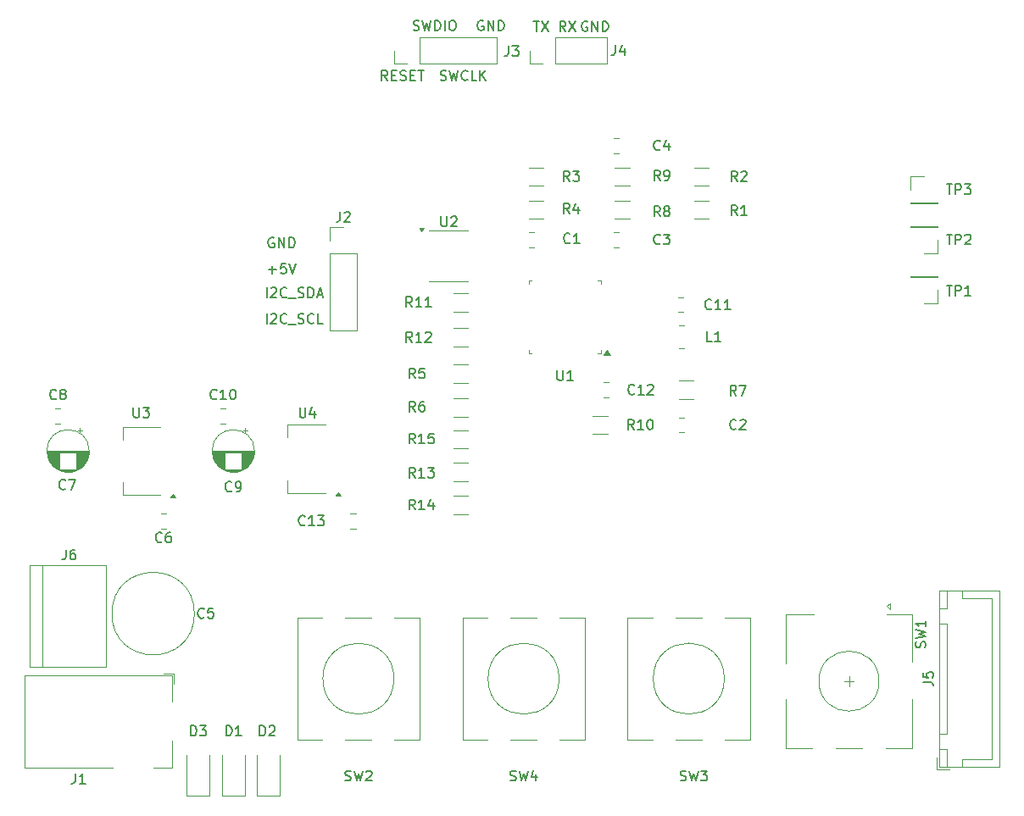
<source format=gbr>
%TF.GenerationSoftware,KiCad,Pcbnew,8.0.4*%
%TF.CreationDate,2024-08-21T21:56:49+03:00*%
%TF.ProjectId,stm32f030k6t6,73746d33-3266-4303-9330-6b3674362e6b,rev?*%
%TF.SameCoordinates,Original*%
%TF.FileFunction,Legend,Top*%
%TF.FilePolarity,Positive*%
%FSLAX46Y46*%
G04 Gerber Fmt 4.6, Leading zero omitted, Abs format (unit mm)*
G04 Created by KiCad (PCBNEW 8.0.4) date 2024-08-21 21:56:49*
%MOMM*%
%LPD*%
G01*
G04 APERTURE LIST*
%ADD10C,0.150000*%
%ADD11C,0.120000*%
G04 APERTURE END LIST*
D10*
X195960588Y-47017438D02*
X195865350Y-46969819D01*
X195865350Y-46969819D02*
X195722493Y-46969819D01*
X195722493Y-46969819D02*
X195579636Y-47017438D01*
X195579636Y-47017438D02*
X195484398Y-47112676D01*
X195484398Y-47112676D02*
X195436779Y-47207914D01*
X195436779Y-47207914D02*
X195389160Y-47398390D01*
X195389160Y-47398390D02*
X195389160Y-47541247D01*
X195389160Y-47541247D02*
X195436779Y-47731723D01*
X195436779Y-47731723D02*
X195484398Y-47826961D01*
X195484398Y-47826961D02*
X195579636Y-47922200D01*
X195579636Y-47922200D02*
X195722493Y-47969819D01*
X195722493Y-47969819D02*
X195817731Y-47969819D01*
X195817731Y-47969819D02*
X195960588Y-47922200D01*
X195960588Y-47922200D02*
X196008207Y-47874580D01*
X196008207Y-47874580D02*
X196008207Y-47541247D01*
X196008207Y-47541247D02*
X195817731Y-47541247D01*
X196436779Y-47969819D02*
X196436779Y-46969819D01*
X196436779Y-46969819D02*
X197008207Y-47969819D01*
X197008207Y-47969819D02*
X197008207Y-46969819D01*
X197484398Y-47969819D02*
X197484398Y-46969819D01*
X197484398Y-46969819D02*
X197722493Y-46969819D01*
X197722493Y-46969819D02*
X197865350Y-47017438D01*
X197865350Y-47017438D02*
X197960588Y-47112676D01*
X197960588Y-47112676D02*
X198008207Y-47207914D01*
X198008207Y-47207914D02*
X198055826Y-47398390D01*
X198055826Y-47398390D02*
X198055826Y-47541247D01*
X198055826Y-47541247D02*
X198008207Y-47731723D01*
X198008207Y-47731723D02*
X197960588Y-47826961D01*
X197960588Y-47826961D02*
X197865350Y-47922200D01*
X197865350Y-47922200D02*
X197722493Y-47969819D01*
X197722493Y-47969819D02*
X197484398Y-47969819D01*
X174536779Y-71888866D02*
X175298684Y-71888866D01*
X174917731Y-72269819D02*
X174917731Y-71507914D01*
X176251064Y-71269819D02*
X175774874Y-71269819D01*
X175774874Y-71269819D02*
X175727255Y-71746009D01*
X175727255Y-71746009D02*
X175774874Y-71698390D01*
X175774874Y-71698390D02*
X175870112Y-71650771D01*
X175870112Y-71650771D02*
X176108207Y-71650771D01*
X176108207Y-71650771D02*
X176203445Y-71698390D01*
X176203445Y-71698390D02*
X176251064Y-71746009D01*
X176251064Y-71746009D02*
X176298683Y-71841247D01*
X176298683Y-71841247D02*
X176298683Y-72079342D01*
X176298683Y-72079342D02*
X176251064Y-72174580D01*
X176251064Y-72174580D02*
X176203445Y-72222200D01*
X176203445Y-72222200D02*
X176108207Y-72269819D01*
X176108207Y-72269819D02*
X175870112Y-72269819D01*
X175870112Y-72269819D02*
X175774874Y-72222200D01*
X175774874Y-72222200D02*
X175727255Y-72174580D01*
X176584398Y-71269819D02*
X176917731Y-72269819D01*
X176917731Y-72269819D02*
X177251064Y-71269819D01*
X175060588Y-68717438D02*
X174965350Y-68669819D01*
X174965350Y-68669819D02*
X174822493Y-68669819D01*
X174822493Y-68669819D02*
X174679636Y-68717438D01*
X174679636Y-68717438D02*
X174584398Y-68812676D01*
X174584398Y-68812676D02*
X174536779Y-68907914D01*
X174536779Y-68907914D02*
X174489160Y-69098390D01*
X174489160Y-69098390D02*
X174489160Y-69241247D01*
X174489160Y-69241247D02*
X174536779Y-69431723D01*
X174536779Y-69431723D02*
X174584398Y-69526961D01*
X174584398Y-69526961D02*
X174679636Y-69622200D01*
X174679636Y-69622200D02*
X174822493Y-69669819D01*
X174822493Y-69669819D02*
X174917731Y-69669819D01*
X174917731Y-69669819D02*
X175060588Y-69622200D01*
X175060588Y-69622200D02*
X175108207Y-69574580D01*
X175108207Y-69574580D02*
X175108207Y-69241247D01*
X175108207Y-69241247D02*
X174917731Y-69241247D01*
X175536779Y-69669819D02*
X175536779Y-68669819D01*
X175536779Y-68669819D02*
X176108207Y-69669819D01*
X176108207Y-69669819D02*
X176108207Y-68669819D01*
X176584398Y-69669819D02*
X176584398Y-68669819D01*
X176584398Y-68669819D02*
X176822493Y-68669819D01*
X176822493Y-68669819D02*
X176965350Y-68717438D01*
X176965350Y-68717438D02*
X177060588Y-68812676D01*
X177060588Y-68812676D02*
X177108207Y-68907914D01*
X177108207Y-68907914D02*
X177155826Y-69098390D01*
X177155826Y-69098390D02*
X177155826Y-69241247D01*
X177155826Y-69241247D02*
X177108207Y-69431723D01*
X177108207Y-69431723D02*
X177060588Y-69526961D01*
X177060588Y-69526961D02*
X176965350Y-69622200D01*
X176965350Y-69622200D02*
X176822493Y-69669819D01*
X176822493Y-69669819D02*
X176584398Y-69669819D01*
X191689160Y-52922200D02*
X191832017Y-52969819D01*
X191832017Y-52969819D02*
X192070112Y-52969819D01*
X192070112Y-52969819D02*
X192165350Y-52922200D01*
X192165350Y-52922200D02*
X192212969Y-52874580D01*
X192212969Y-52874580D02*
X192260588Y-52779342D01*
X192260588Y-52779342D02*
X192260588Y-52684104D01*
X192260588Y-52684104D02*
X192212969Y-52588866D01*
X192212969Y-52588866D02*
X192165350Y-52541247D01*
X192165350Y-52541247D02*
X192070112Y-52493628D01*
X192070112Y-52493628D02*
X191879636Y-52446009D01*
X191879636Y-52446009D02*
X191784398Y-52398390D01*
X191784398Y-52398390D02*
X191736779Y-52350771D01*
X191736779Y-52350771D02*
X191689160Y-52255533D01*
X191689160Y-52255533D02*
X191689160Y-52160295D01*
X191689160Y-52160295D02*
X191736779Y-52065057D01*
X191736779Y-52065057D02*
X191784398Y-52017438D01*
X191784398Y-52017438D02*
X191879636Y-51969819D01*
X191879636Y-51969819D02*
X192117731Y-51969819D01*
X192117731Y-51969819D02*
X192260588Y-52017438D01*
X192593922Y-51969819D02*
X192832017Y-52969819D01*
X192832017Y-52969819D02*
X193022493Y-52255533D01*
X193022493Y-52255533D02*
X193212969Y-52969819D01*
X193212969Y-52969819D02*
X193451065Y-51969819D01*
X194403445Y-52874580D02*
X194355826Y-52922200D01*
X194355826Y-52922200D02*
X194212969Y-52969819D01*
X194212969Y-52969819D02*
X194117731Y-52969819D01*
X194117731Y-52969819D02*
X193974874Y-52922200D01*
X193974874Y-52922200D02*
X193879636Y-52826961D01*
X193879636Y-52826961D02*
X193832017Y-52731723D01*
X193832017Y-52731723D02*
X193784398Y-52541247D01*
X193784398Y-52541247D02*
X193784398Y-52398390D01*
X193784398Y-52398390D02*
X193832017Y-52207914D01*
X193832017Y-52207914D02*
X193879636Y-52112676D01*
X193879636Y-52112676D02*
X193974874Y-52017438D01*
X193974874Y-52017438D02*
X194117731Y-51969819D01*
X194117731Y-51969819D02*
X194212969Y-51969819D01*
X194212969Y-51969819D02*
X194355826Y-52017438D01*
X194355826Y-52017438D02*
X194403445Y-52065057D01*
X195308207Y-52969819D02*
X194832017Y-52969819D01*
X194832017Y-52969819D02*
X194832017Y-51969819D01*
X195641541Y-52969819D02*
X195641541Y-51969819D01*
X196212969Y-52969819D02*
X195784398Y-52398390D01*
X196212969Y-51969819D02*
X195641541Y-52541247D01*
X188989160Y-47922200D02*
X189132017Y-47969819D01*
X189132017Y-47969819D02*
X189370112Y-47969819D01*
X189370112Y-47969819D02*
X189465350Y-47922200D01*
X189465350Y-47922200D02*
X189512969Y-47874580D01*
X189512969Y-47874580D02*
X189560588Y-47779342D01*
X189560588Y-47779342D02*
X189560588Y-47684104D01*
X189560588Y-47684104D02*
X189512969Y-47588866D01*
X189512969Y-47588866D02*
X189465350Y-47541247D01*
X189465350Y-47541247D02*
X189370112Y-47493628D01*
X189370112Y-47493628D02*
X189179636Y-47446009D01*
X189179636Y-47446009D02*
X189084398Y-47398390D01*
X189084398Y-47398390D02*
X189036779Y-47350771D01*
X189036779Y-47350771D02*
X188989160Y-47255533D01*
X188989160Y-47255533D02*
X188989160Y-47160295D01*
X188989160Y-47160295D02*
X189036779Y-47065057D01*
X189036779Y-47065057D02*
X189084398Y-47017438D01*
X189084398Y-47017438D02*
X189179636Y-46969819D01*
X189179636Y-46969819D02*
X189417731Y-46969819D01*
X189417731Y-46969819D02*
X189560588Y-47017438D01*
X189893922Y-46969819D02*
X190132017Y-47969819D01*
X190132017Y-47969819D02*
X190322493Y-47255533D01*
X190322493Y-47255533D02*
X190512969Y-47969819D01*
X190512969Y-47969819D02*
X190751065Y-46969819D01*
X191132017Y-47969819D02*
X191132017Y-46969819D01*
X191132017Y-46969819D02*
X191370112Y-46969819D01*
X191370112Y-46969819D02*
X191512969Y-47017438D01*
X191512969Y-47017438D02*
X191608207Y-47112676D01*
X191608207Y-47112676D02*
X191655826Y-47207914D01*
X191655826Y-47207914D02*
X191703445Y-47398390D01*
X191703445Y-47398390D02*
X191703445Y-47541247D01*
X191703445Y-47541247D02*
X191655826Y-47731723D01*
X191655826Y-47731723D02*
X191608207Y-47826961D01*
X191608207Y-47826961D02*
X191512969Y-47922200D01*
X191512969Y-47922200D02*
X191370112Y-47969819D01*
X191370112Y-47969819D02*
X191132017Y-47969819D01*
X192132017Y-47969819D02*
X192132017Y-46969819D01*
X192798683Y-46969819D02*
X192989159Y-46969819D01*
X192989159Y-46969819D02*
X193084397Y-47017438D01*
X193084397Y-47017438D02*
X193179635Y-47112676D01*
X193179635Y-47112676D02*
X193227254Y-47303152D01*
X193227254Y-47303152D02*
X193227254Y-47636485D01*
X193227254Y-47636485D02*
X193179635Y-47826961D01*
X193179635Y-47826961D02*
X193084397Y-47922200D01*
X193084397Y-47922200D02*
X192989159Y-47969819D01*
X192989159Y-47969819D02*
X192798683Y-47969819D01*
X192798683Y-47969819D02*
X192703445Y-47922200D01*
X192703445Y-47922200D02*
X192608207Y-47826961D01*
X192608207Y-47826961D02*
X192560588Y-47636485D01*
X192560588Y-47636485D02*
X192560588Y-47303152D01*
X192560588Y-47303152D02*
X192608207Y-47112676D01*
X192608207Y-47112676D02*
X192703445Y-47017438D01*
X192703445Y-47017438D02*
X192798683Y-46969819D01*
X200993922Y-47069819D02*
X201565350Y-47069819D01*
X201279636Y-48069819D02*
X201279636Y-47069819D01*
X201803446Y-47069819D02*
X202470112Y-48069819D01*
X202470112Y-47069819D02*
X201803446Y-48069819D01*
X174336779Y-74669819D02*
X174336779Y-73669819D01*
X174765350Y-73765057D02*
X174812969Y-73717438D01*
X174812969Y-73717438D02*
X174908207Y-73669819D01*
X174908207Y-73669819D02*
X175146302Y-73669819D01*
X175146302Y-73669819D02*
X175241540Y-73717438D01*
X175241540Y-73717438D02*
X175289159Y-73765057D01*
X175289159Y-73765057D02*
X175336778Y-73860295D01*
X175336778Y-73860295D02*
X175336778Y-73955533D01*
X175336778Y-73955533D02*
X175289159Y-74098390D01*
X175289159Y-74098390D02*
X174717731Y-74669819D01*
X174717731Y-74669819D02*
X175336778Y-74669819D01*
X176336778Y-74574580D02*
X176289159Y-74622200D01*
X176289159Y-74622200D02*
X176146302Y-74669819D01*
X176146302Y-74669819D02*
X176051064Y-74669819D01*
X176051064Y-74669819D02*
X175908207Y-74622200D01*
X175908207Y-74622200D02*
X175812969Y-74526961D01*
X175812969Y-74526961D02*
X175765350Y-74431723D01*
X175765350Y-74431723D02*
X175717731Y-74241247D01*
X175717731Y-74241247D02*
X175717731Y-74098390D01*
X175717731Y-74098390D02*
X175765350Y-73907914D01*
X175765350Y-73907914D02*
X175812969Y-73812676D01*
X175812969Y-73812676D02*
X175908207Y-73717438D01*
X175908207Y-73717438D02*
X176051064Y-73669819D01*
X176051064Y-73669819D02*
X176146302Y-73669819D01*
X176146302Y-73669819D02*
X176289159Y-73717438D01*
X176289159Y-73717438D02*
X176336778Y-73765057D01*
X176527255Y-74765057D02*
X177289159Y-74765057D01*
X177479636Y-74622200D02*
X177622493Y-74669819D01*
X177622493Y-74669819D02*
X177860588Y-74669819D01*
X177860588Y-74669819D02*
X177955826Y-74622200D01*
X177955826Y-74622200D02*
X178003445Y-74574580D01*
X178003445Y-74574580D02*
X178051064Y-74479342D01*
X178051064Y-74479342D02*
X178051064Y-74384104D01*
X178051064Y-74384104D02*
X178003445Y-74288866D01*
X178003445Y-74288866D02*
X177955826Y-74241247D01*
X177955826Y-74241247D02*
X177860588Y-74193628D01*
X177860588Y-74193628D02*
X177670112Y-74146009D01*
X177670112Y-74146009D02*
X177574874Y-74098390D01*
X177574874Y-74098390D02*
X177527255Y-74050771D01*
X177527255Y-74050771D02*
X177479636Y-73955533D01*
X177479636Y-73955533D02*
X177479636Y-73860295D01*
X177479636Y-73860295D02*
X177527255Y-73765057D01*
X177527255Y-73765057D02*
X177574874Y-73717438D01*
X177574874Y-73717438D02*
X177670112Y-73669819D01*
X177670112Y-73669819D02*
X177908207Y-73669819D01*
X177908207Y-73669819D02*
X178051064Y-73717438D01*
X178479636Y-74669819D02*
X178479636Y-73669819D01*
X178479636Y-73669819D02*
X178717731Y-73669819D01*
X178717731Y-73669819D02*
X178860588Y-73717438D01*
X178860588Y-73717438D02*
X178955826Y-73812676D01*
X178955826Y-73812676D02*
X179003445Y-73907914D01*
X179003445Y-73907914D02*
X179051064Y-74098390D01*
X179051064Y-74098390D02*
X179051064Y-74241247D01*
X179051064Y-74241247D02*
X179003445Y-74431723D01*
X179003445Y-74431723D02*
X178955826Y-74526961D01*
X178955826Y-74526961D02*
X178860588Y-74622200D01*
X178860588Y-74622200D02*
X178717731Y-74669819D01*
X178717731Y-74669819D02*
X178479636Y-74669819D01*
X179432017Y-74384104D02*
X179908207Y-74384104D01*
X179336779Y-74669819D02*
X179670112Y-73669819D01*
X179670112Y-73669819D02*
X180003445Y-74669819D01*
X204208207Y-48069819D02*
X203874874Y-47593628D01*
X203636779Y-48069819D02*
X203636779Y-47069819D01*
X203636779Y-47069819D02*
X204017731Y-47069819D01*
X204017731Y-47069819D02*
X204112969Y-47117438D01*
X204112969Y-47117438D02*
X204160588Y-47165057D01*
X204160588Y-47165057D02*
X204208207Y-47260295D01*
X204208207Y-47260295D02*
X204208207Y-47403152D01*
X204208207Y-47403152D02*
X204160588Y-47498390D01*
X204160588Y-47498390D02*
X204112969Y-47546009D01*
X204112969Y-47546009D02*
X204017731Y-47593628D01*
X204017731Y-47593628D02*
X203636779Y-47593628D01*
X204541541Y-47069819D02*
X205208207Y-48069819D01*
X205208207Y-47069819D02*
X204541541Y-48069819D01*
X206360588Y-47117438D02*
X206265350Y-47069819D01*
X206265350Y-47069819D02*
X206122493Y-47069819D01*
X206122493Y-47069819D02*
X205979636Y-47117438D01*
X205979636Y-47117438D02*
X205884398Y-47212676D01*
X205884398Y-47212676D02*
X205836779Y-47307914D01*
X205836779Y-47307914D02*
X205789160Y-47498390D01*
X205789160Y-47498390D02*
X205789160Y-47641247D01*
X205789160Y-47641247D02*
X205836779Y-47831723D01*
X205836779Y-47831723D02*
X205884398Y-47926961D01*
X205884398Y-47926961D02*
X205979636Y-48022200D01*
X205979636Y-48022200D02*
X206122493Y-48069819D01*
X206122493Y-48069819D02*
X206217731Y-48069819D01*
X206217731Y-48069819D02*
X206360588Y-48022200D01*
X206360588Y-48022200D02*
X206408207Y-47974580D01*
X206408207Y-47974580D02*
X206408207Y-47641247D01*
X206408207Y-47641247D02*
X206217731Y-47641247D01*
X206836779Y-48069819D02*
X206836779Y-47069819D01*
X206836779Y-47069819D02*
X207408207Y-48069819D01*
X207408207Y-48069819D02*
X207408207Y-47069819D01*
X207884398Y-48069819D02*
X207884398Y-47069819D01*
X207884398Y-47069819D02*
X208122493Y-47069819D01*
X208122493Y-47069819D02*
X208265350Y-47117438D01*
X208265350Y-47117438D02*
X208360588Y-47212676D01*
X208360588Y-47212676D02*
X208408207Y-47307914D01*
X208408207Y-47307914D02*
X208455826Y-47498390D01*
X208455826Y-47498390D02*
X208455826Y-47641247D01*
X208455826Y-47641247D02*
X208408207Y-47831723D01*
X208408207Y-47831723D02*
X208360588Y-47926961D01*
X208360588Y-47926961D02*
X208265350Y-48022200D01*
X208265350Y-48022200D02*
X208122493Y-48069819D01*
X208122493Y-48069819D02*
X207884398Y-48069819D01*
X186408207Y-52969819D02*
X186074874Y-52493628D01*
X185836779Y-52969819D02*
X185836779Y-51969819D01*
X185836779Y-51969819D02*
X186217731Y-51969819D01*
X186217731Y-51969819D02*
X186312969Y-52017438D01*
X186312969Y-52017438D02*
X186360588Y-52065057D01*
X186360588Y-52065057D02*
X186408207Y-52160295D01*
X186408207Y-52160295D02*
X186408207Y-52303152D01*
X186408207Y-52303152D02*
X186360588Y-52398390D01*
X186360588Y-52398390D02*
X186312969Y-52446009D01*
X186312969Y-52446009D02*
X186217731Y-52493628D01*
X186217731Y-52493628D02*
X185836779Y-52493628D01*
X186836779Y-52446009D02*
X187170112Y-52446009D01*
X187312969Y-52969819D02*
X186836779Y-52969819D01*
X186836779Y-52969819D02*
X186836779Y-51969819D01*
X186836779Y-51969819D02*
X187312969Y-51969819D01*
X187693922Y-52922200D02*
X187836779Y-52969819D01*
X187836779Y-52969819D02*
X188074874Y-52969819D01*
X188074874Y-52969819D02*
X188170112Y-52922200D01*
X188170112Y-52922200D02*
X188217731Y-52874580D01*
X188217731Y-52874580D02*
X188265350Y-52779342D01*
X188265350Y-52779342D02*
X188265350Y-52684104D01*
X188265350Y-52684104D02*
X188217731Y-52588866D01*
X188217731Y-52588866D02*
X188170112Y-52541247D01*
X188170112Y-52541247D02*
X188074874Y-52493628D01*
X188074874Y-52493628D02*
X187884398Y-52446009D01*
X187884398Y-52446009D02*
X187789160Y-52398390D01*
X187789160Y-52398390D02*
X187741541Y-52350771D01*
X187741541Y-52350771D02*
X187693922Y-52255533D01*
X187693922Y-52255533D02*
X187693922Y-52160295D01*
X187693922Y-52160295D02*
X187741541Y-52065057D01*
X187741541Y-52065057D02*
X187789160Y-52017438D01*
X187789160Y-52017438D02*
X187884398Y-51969819D01*
X187884398Y-51969819D02*
X188122493Y-51969819D01*
X188122493Y-51969819D02*
X188265350Y-52017438D01*
X188693922Y-52446009D02*
X189027255Y-52446009D01*
X189170112Y-52969819D02*
X188693922Y-52969819D01*
X188693922Y-52969819D02*
X188693922Y-51969819D01*
X188693922Y-51969819D02*
X189170112Y-51969819D01*
X189455827Y-51969819D02*
X190027255Y-51969819D01*
X189741541Y-52969819D02*
X189741541Y-51969819D01*
X174336779Y-77269819D02*
X174336779Y-76269819D01*
X174765350Y-76365057D02*
X174812969Y-76317438D01*
X174812969Y-76317438D02*
X174908207Y-76269819D01*
X174908207Y-76269819D02*
X175146302Y-76269819D01*
X175146302Y-76269819D02*
X175241540Y-76317438D01*
X175241540Y-76317438D02*
X175289159Y-76365057D01*
X175289159Y-76365057D02*
X175336778Y-76460295D01*
X175336778Y-76460295D02*
X175336778Y-76555533D01*
X175336778Y-76555533D02*
X175289159Y-76698390D01*
X175289159Y-76698390D02*
X174717731Y-77269819D01*
X174717731Y-77269819D02*
X175336778Y-77269819D01*
X176336778Y-77174580D02*
X176289159Y-77222200D01*
X176289159Y-77222200D02*
X176146302Y-77269819D01*
X176146302Y-77269819D02*
X176051064Y-77269819D01*
X176051064Y-77269819D02*
X175908207Y-77222200D01*
X175908207Y-77222200D02*
X175812969Y-77126961D01*
X175812969Y-77126961D02*
X175765350Y-77031723D01*
X175765350Y-77031723D02*
X175717731Y-76841247D01*
X175717731Y-76841247D02*
X175717731Y-76698390D01*
X175717731Y-76698390D02*
X175765350Y-76507914D01*
X175765350Y-76507914D02*
X175812969Y-76412676D01*
X175812969Y-76412676D02*
X175908207Y-76317438D01*
X175908207Y-76317438D02*
X176051064Y-76269819D01*
X176051064Y-76269819D02*
X176146302Y-76269819D01*
X176146302Y-76269819D02*
X176289159Y-76317438D01*
X176289159Y-76317438D02*
X176336778Y-76365057D01*
X176527255Y-77365057D02*
X177289159Y-77365057D01*
X177479636Y-77222200D02*
X177622493Y-77269819D01*
X177622493Y-77269819D02*
X177860588Y-77269819D01*
X177860588Y-77269819D02*
X177955826Y-77222200D01*
X177955826Y-77222200D02*
X178003445Y-77174580D01*
X178003445Y-77174580D02*
X178051064Y-77079342D01*
X178051064Y-77079342D02*
X178051064Y-76984104D01*
X178051064Y-76984104D02*
X178003445Y-76888866D01*
X178003445Y-76888866D02*
X177955826Y-76841247D01*
X177955826Y-76841247D02*
X177860588Y-76793628D01*
X177860588Y-76793628D02*
X177670112Y-76746009D01*
X177670112Y-76746009D02*
X177574874Y-76698390D01*
X177574874Y-76698390D02*
X177527255Y-76650771D01*
X177527255Y-76650771D02*
X177479636Y-76555533D01*
X177479636Y-76555533D02*
X177479636Y-76460295D01*
X177479636Y-76460295D02*
X177527255Y-76365057D01*
X177527255Y-76365057D02*
X177574874Y-76317438D01*
X177574874Y-76317438D02*
X177670112Y-76269819D01*
X177670112Y-76269819D02*
X177908207Y-76269819D01*
X177908207Y-76269819D02*
X178051064Y-76317438D01*
X179051064Y-77174580D02*
X179003445Y-77222200D01*
X179003445Y-77222200D02*
X178860588Y-77269819D01*
X178860588Y-77269819D02*
X178765350Y-77269819D01*
X178765350Y-77269819D02*
X178622493Y-77222200D01*
X178622493Y-77222200D02*
X178527255Y-77126961D01*
X178527255Y-77126961D02*
X178479636Y-77031723D01*
X178479636Y-77031723D02*
X178432017Y-76841247D01*
X178432017Y-76841247D02*
X178432017Y-76698390D01*
X178432017Y-76698390D02*
X178479636Y-76507914D01*
X178479636Y-76507914D02*
X178527255Y-76412676D01*
X178527255Y-76412676D02*
X178622493Y-76317438D01*
X178622493Y-76317438D02*
X178765350Y-76269819D01*
X178765350Y-76269819D02*
X178860588Y-76269819D01*
X178860588Y-76269819D02*
X179003445Y-76317438D01*
X179003445Y-76317438D02*
X179051064Y-76365057D01*
X179955826Y-77269819D02*
X179479636Y-77269819D01*
X179479636Y-77269819D02*
X179479636Y-76269819D01*
X242238095Y-63354819D02*
X242809523Y-63354819D01*
X242523809Y-64354819D02*
X242523809Y-63354819D01*
X243142857Y-64354819D02*
X243142857Y-63354819D01*
X243142857Y-63354819D02*
X243523809Y-63354819D01*
X243523809Y-63354819D02*
X243619047Y-63402438D01*
X243619047Y-63402438D02*
X243666666Y-63450057D01*
X243666666Y-63450057D02*
X243714285Y-63545295D01*
X243714285Y-63545295D02*
X243714285Y-63688152D01*
X243714285Y-63688152D02*
X243666666Y-63783390D01*
X243666666Y-63783390D02*
X243619047Y-63831009D01*
X243619047Y-63831009D02*
X243523809Y-63878628D01*
X243523809Y-63878628D02*
X243142857Y-63878628D01*
X244047619Y-63354819D02*
X244666666Y-63354819D01*
X244666666Y-63354819D02*
X244333333Y-63735771D01*
X244333333Y-63735771D02*
X244476190Y-63735771D01*
X244476190Y-63735771D02*
X244571428Y-63783390D01*
X244571428Y-63783390D02*
X244619047Y-63831009D01*
X244619047Y-63831009D02*
X244666666Y-63926247D01*
X244666666Y-63926247D02*
X244666666Y-64164342D01*
X244666666Y-64164342D02*
X244619047Y-64259580D01*
X244619047Y-64259580D02*
X244571428Y-64307200D01*
X244571428Y-64307200D02*
X244476190Y-64354819D01*
X244476190Y-64354819D02*
X244190476Y-64354819D01*
X244190476Y-64354819D02*
X244095238Y-64307200D01*
X244095238Y-64307200D02*
X244047619Y-64259580D01*
X242238095Y-68354819D02*
X242809523Y-68354819D01*
X242523809Y-69354819D02*
X242523809Y-68354819D01*
X243142857Y-69354819D02*
X243142857Y-68354819D01*
X243142857Y-68354819D02*
X243523809Y-68354819D01*
X243523809Y-68354819D02*
X243619047Y-68402438D01*
X243619047Y-68402438D02*
X243666666Y-68450057D01*
X243666666Y-68450057D02*
X243714285Y-68545295D01*
X243714285Y-68545295D02*
X243714285Y-68688152D01*
X243714285Y-68688152D02*
X243666666Y-68783390D01*
X243666666Y-68783390D02*
X243619047Y-68831009D01*
X243619047Y-68831009D02*
X243523809Y-68878628D01*
X243523809Y-68878628D02*
X243142857Y-68878628D01*
X244095238Y-68450057D02*
X244142857Y-68402438D01*
X244142857Y-68402438D02*
X244238095Y-68354819D01*
X244238095Y-68354819D02*
X244476190Y-68354819D01*
X244476190Y-68354819D02*
X244571428Y-68402438D01*
X244571428Y-68402438D02*
X244619047Y-68450057D01*
X244619047Y-68450057D02*
X244666666Y-68545295D01*
X244666666Y-68545295D02*
X244666666Y-68640533D01*
X244666666Y-68640533D02*
X244619047Y-68783390D01*
X244619047Y-68783390D02*
X244047619Y-69354819D01*
X244047619Y-69354819D02*
X244666666Y-69354819D01*
X242238095Y-73454819D02*
X242809523Y-73454819D01*
X242523809Y-74454819D02*
X242523809Y-73454819D01*
X243142857Y-74454819D02*
X243142857Y-73454819D01*
X243142857Y-73454819D02*
X243523809Y-73454819D01*
X243523809Y-73454819D02*
X243619047Y-73502438D01*
X243619047Y-73502438D02*
X243666666Y-73550057D01*
X243666666Y-73550057D02*
X243714285Y-73645295D01*
X243714285Y-73645295D02*
X243714285Y-73788152D01*
X243714285Y-73788152D02*
X243666666Y-73883390D01*
X243666666Y-73883390D02*
X243619047Y-73931009D01*
X243619047Y-73931009D02*
X243523809Y-73978628D01*
X243523809Y-73978628D02*
X243142857Y-73978628D01*
X244666666Y-74454819D02*
X244095238Y-74454819D01*
X244380952Y-74454819D02*
X244380952Y-73454819D01*
X244380952Y-73454819D02*
X244285714Y-73597676D01*
X244285714Y-73597676D02*
X244190476Y-73692914D01*
X244190476Y-73692914D02*
X244095238Y-73740533D01*
X215666667Y-122907200D02*
X215809524Y-122954819D01*
X215809524Y-122954819D02*
X216047619Y-122954819D01*
X216047619Y-122954819D02*
X216142857Y-122907200D01*
X216142857Y-122907200D02*
X216190476Y-122859580D01*
X216190476Y-122859580D02*
X216238095Y-122764342D01*
X216238095Y-122764342D02*
X216238095Y-122669104D01*
X216238095Y-122669104D02*
X216190476Y-122573866D01*
X216190476Y-122573866D02*
X216142857Y-122526247D01*
X216142857Y-122526247D02*
X216047619Y-122478628D01*
X216047619Y-122478628D02*
X215857143Y-122431009D01*
X215857143Y-122431009D02*
X215761905Y-122383390D01*
X215761905Y-122383390D02*
X215714286Y-122335771D01*
X215714286Y-122335771D02*
X215666667Y-122240533D01*
X215666667Y-122240533D02*
X215666667Y-122145295D01*
X215666667Y-122145295D02*
X215714286Y-122050057D01*
X215714286Y-122050057D02*
X215761905Y-122002438D01*
X215761905Y-122002438D02*
X215857143Y-121954819D01*
X215857143Y-121954819D02*
X216095238Y-121954819D01*
X216095238Y-121954819D02*
X216238095Y-122002438D01*
X216571429Y-121954819D02*
X216809524Y-122954819D01*
X216809524Y-122954819D02*
X217000000Y-122240533D01*
X217000000Y-122240533D02*
X217190476Y-122954819D01*
X217190476Y-122954819D02*
X217428572Y-121954819D01*
X217714286Y-121954819D02*
X218333333Y-121954819D01*
X218333333Y-121954819D02*
X218000000Y-122335771D01*
X218000000Y-122335771D02*
X218142857Y-122335771D01*
X218142857Y-122335771D02*
X218238095Y-122383390D01*
X218238095Y-122383390D02*
X218285714Y-122431009D01*
X218285714Y-122431009D02*
X218333333Y-122526247D01*
X218333333Y-122526247D02*
X218333333Y-122764342D01*
X218333333Y-122764342D02*
X218285714Y-122859580D01*
X218285714Y-122859580D02*
X218238095Y-122907200D01*
X218238095Y-122907200D02*
X218142857Y-122954819D01*
X218142857Y-122954819D02*
X217857143Y-122954819D01*
X217857143Y-122954819D02*
X217761905Y-122907200D01*
X217761905Y-122907200D02*
X217714286Y-122859580D01*
X240107200Y-109633332D02*
X240154819Y-109490475D01*
X240154819Y-109490475D02*
X240154819Y-109252380D01*
X240154819Y-109252380D02*
X240107200Y-109157142D01*
X240107200Y-109157142D02*
X240059580Y-109109523D01*
X240059580Y-109109523D02*
X239964342Y-109061904D01*
X239964342Y-109061904D02*
X239869104Y-109061904D01*
X239869104Y-109061904D02*
X239773866Y-109109523D01*
X239773866Y-109109523D02*
X239726247Y-109157142D01*
X239726247Y-109157142D02*
X239678628Y-109252380D01*
X239678628Y-109252380D02*
X239631009Y-109442856D01*
X239631009Y-109442856D02*
X239583390Y-109538094D01*
X239583390Y-109538094D02*
X239535771Y-109585713D01*
X239535771Y-109585713D02*
X239440533Y-109633332D01*
X239440533Y-109633332D02*
X239345295Y-109633332D01*
X239345295Y-109633332D02*
X239250057Y-109585713D01*
X239250057Y-109585713D02*
X239202438Y-109538094D01*
X239202438Y-109538094D02*
X239154819Y-109442856D01*
X239154819Y-109442856D02*
X239154819Y-109204761D01*
X239154819Y-109204761D02*
X239202438Y-109061904D01*
X239154819Y-108728570D02*
X240154819Y-108490475D01*
X240154819Y-108490475D02*
X239440533Y-108299999D01*
X239440533Y-108299999D02*
X240154819Y-108109523D01*
X240154819Y-108109523D02*
X239154819Y-107871428D01*
X240154819Y-106966666D02*
X240154819Y-107538094D01*
X240154819Y-107252380D02*
X239154819Y-107252380D01*
X239154819Y-107252380D02*
X239297676Y-107347618D01*
X239297676Y-107347618D02*
X239392914Y-107442856D01*
X239392914Y-107442856D02*
X239440533Y-107538094D01*
X213633333Y-62954819D02*
X213300000Y-62478628D01*
X213061905Y-62954819D02*
X213061905Y-61954819D01*
X213061905Y-61954819D02*
X213442857Y-61954819D01*
X213442857Y-61954819D02*
X213538095Y-62002438D01*
X213538095Y-62002438D02*
X213585714Y-62050057D01*
X213585714Y-62050057D02*
X213633333Y-62145295D01*
X213633333Y-62145295D02*
X213633333Y-62288152D01*
X213633333Y-62288152D02*
X213585714Y-62383390D01*
X213585714Y-62383390D02*
X213538095Y-62431009D01*
X213538095Y-62431009D02*
X213442857Y-62478628D01*
X213442857Y-62478628D02*
X213061905Y-62478628D01*
X214109524Y-62954819D02*
X214300000Y-62954819D01*
X214300000Y-62954819D02*
X214395238Y-62907200D01*
X214395238Y-62907200D02*
X214442857Y-62859580D01*
X214442857Y-62859580D02*
X214538095Y-62716723D01*
X214538095Y-62716723D02*
X214585714Y-62526247D01*
X214585714Y-62526247D02*
X214585714Y-62145295D01*
X214585714Y-62145295D02*
X214538095Y-62050057D01*
X214538095Y-62050057D02*
X214490476Y-62002438D01*
X214490476Y-62002438D02*
X214395238Y-61954819D01*
X214395238Y-61954819D02*
X214204762Y-61954819D01*
X214204762Y-61954819D02*
X214109524Y-62002438D01*
X214109524Y-62002438D02*
X214061905Y-62050057D01*
X214061905Y-62050057D02*
X214014286Y-62145295D01*
X214014286Y-62145295D02*
X214014286Y-62383390D01*
X214014286Y-62383390D02*
X214061905Y-62478628D01*
X214061905Y-62478628D02*
X214109524Y-62526247D01*
X214109524Y-62526247D02*
X214204762Y-62573866D01*
X214204762Y-62573866D02*
X214395238Y-62573866D01*
X214395238Y-62573866D02*
X214490476Y-62526247D01*
X214490476Y-62526247D02*
X214538095Y-62478628D01*
X214538095Y-62478628D02*
X214585714Y-62383390D01*
X209166666Y-49454819D02*
X209166666Y-50169104D01*
X209166666Y-50169104D02*
X209119047Y-50311961D01*
X209119047Y-50311961D02*
X209023809Y-50407200D01*
X209023809Y-50407200D02*
X208880952Y-50454819D01*
X208880952Y-50454819D02*
X208785714Y-50454819D01*
X210071428Y-49788152D02*
X210071428Y-50454819D01*
X209833333Y-49407200D02*
X209595238Y-50121485D01*
X209595238Y-50121485D02*
X210214285Y-50121485D01*
X189157142Y-89254819D02*
X188823809Y-88778628D01*
X188585714Y-89254819D02*
X188585714Y-88254819D01*
X188585714Y-88254819D02*
X188966666Y-88254819D01*
X188966666Y-88254819D02*
X189061904Y-88302438D01*
X189061904Y-88302438D02*
X189109523Y-88350057D01*
X189109523Y-88350057D02*
X189157142Y-88445295D01*
X189157142Y-88445295D02*
X189157142Y-88588152D01*
X189157142Y-88588152D02*
X189109523Y-88683390D01*
X189109523Y-88683390D02*
X189061904Y-88731009D01*
X189061904Y-88731009D02*
X188966666Y-88778628D01*
X188966666Y-88778628D02*
X188585714Y-88778628D01*
X190109523Y-89254819D02*
X189538095Y-89254819D01*
X189823809Y-89254819D02*
X189823809Y-88254819D01*
X189823809Y-88254819D02*
X189728571Y-88397676D01*
X189728571Y-88397676D02*
X189633333Y-88492914D01*
X189633333Y-88492914D02*
X189538095Y-88540533D01*
X191014285Y-88254819D02*
X190538095Y-88254819D01*
X190538095Y-88254819D02*
X190490476Y-88731009D01*
X190490476Y-88731009D02*
X190538095Y-88683390D01*
X190538095Y-88683390D02*
X190633333Y-88635771D01*
X190633333Y-88635771D02*
X190871428Y-88635771D01*
X190871428Y-88635771D02*
X190966666Y-88683390D01*
X190966666Y-88683390D02*
X191014285Y-88731009D01*
X191014285Y-88731009D02*
X191061904Y-88826247D01*
X191061904Y-88826247D02*
X191061904Y-89064342D01*
X191061904Y-89064342D02*
X191014285Y-89159580D01*
X191014285Y-89159580D02*
X190966666Y-89207200D01*
X190966666Y-89207200D02*
X190871428Y-89254819D01*
X190871428Y-89254819D02*
X190633333Y-89254819D01*
X190633333Y-89254819D02*
X190538095Y-89207200D01*
X190538095Y-89207200D02*
X190490476Y-89159580D01*
X204598333Y-66279819D02*
X204265000Y-65803628D01*
X204026905Y-66279819D02*
X204026905Y-65279819D01*
X204026905Y-65279819D02*
X204407857Y-65279819D01*
X204407857Y-65279819D02*
X204503095Y-65327438D01*
X204503095Y-65327438D02*
X204550714Y-65375057D01*
X204550714Y-65375057D02*
X204598333Y-65470295D01*
X204598333Y-65470295D02*
X204598333Y-65613152D01*
X204598333Y-65613152D02*
X204550714Y-65708390D01*
X204550714Y-65708390D02*
X204503095Y-65756009D01*
X204503095Y-65756009D02*
X204407857Y-65803628D01*
X204407857Y-65803628D02*
X204026905Y-65803628D01*
X205455476Y-65613152D02*
X205455476Y-66279819D01*
X205217381Y-65232200D02*
X204979286Y-65946485D01*
X204979286Y-65946485D02*
X205598333Y-65946485D01*
X170833333Y-93959580D02*
X170785714Y-94007200D01*
X170785714Y-94007200D02*
X170642857Y-94054819D01*
X170642857Y-94054819D02*
X170547619Y-94054819D01*
X170547619Y-94054819D02*
X170404762Y-94007200D01*
X170404762Y-94007200D02*
X170309524Y-93911961D01*
X170309524Y-93911961D02*
X170261905Y-93816723D01*
X170261905Y-93816723D02*
X170214286Y-93626247D01*
X170214286Y-93626247D02*
X170214286Y-93483390D01*
X170214286Y-93483390D02*
X170261905Y-93292914D01*
X170261905Y-93292914D02*
X170309524Y-93197676D01*
X170309524Y-93197676D02*
X170404762Y-93102438D01*
X170404762Y-93102438D02*
X170547619Y-93054819D01*
X170547619Y-93054819D02*
X170642857Y-93054819D01*
X170642857Y-93054819D02*
X170785714Y-93102438D01*
X170785714Y-93102438D02*
X170833333Y-93150057D01*
X171309524Y-94054819D02*
X171500000Y-94054819D01*
X171500000Y-94054819D02*
X171595238Y-94007200D01*
X171595238Y-94007200D02*
X171642857Y-93959580D01*
X171642857Y-93959580D02*
X171738095Y-93816723D01*
X171738095Y-93816723D02*
X171785714Y-93626247D01*
X171785714Y-93626247D02*
X171785714Y-93245295D01*
X171785714Y-93245295D02*
X171738095Y-93150057D01*
X171738095Y-93150057D02*
X171690476Y-93102438D01*
X171690476Y-93102438D02*
X171595238Y-93054819D01*
X171595238Y-93054819D02*
X171404762Y-93054819D01*
X171404762Y-93054819D02*
X171309524Y-93102438D01*
X171309524Y-93102438D02*
X171261905Y-93150057D01*
X171261905Y-93150057D02*
X171214286Y-93245295D01*
X171214286Y-93245295D02*
X171214286Y-93483390D01*
X171214286Y-93483390D02*
X171261905Y-93578628D01*
X171261905Y-93578628D02*
X171309524Y-93626247D01*
X171309524Y-93626247D02*
X171404762Y-93673866D01*
X171404762Y-93673866D02*
X171595238Y-93673866D01*
X171595238Y-93673866D02*
X171690476Y-93626247D01*
X171690476Y-93626247D02*
X171738095Y-93578628D01*
X171738095Y-93578628D02*
X171785714Y-93483390D01*
X155216666Y-122247319D02*
X155216666Y-122961604D01*
X155216666Y-122961604D02*
X155169047Y-123104461D01*
X155169047Y-123104461D02*
X155073809Y-123199700D01*
X155073809Y-123199700D02*
X154930952Y-123247319D01*
X154930952Y-123247319D02*
X154835714Y-123247319D01*
X156216666Y-123247319D02*
X155645238Y-123247319D01*
X155930952Y-123247319D02*
X155930952Y-122247319D01*
X155930952Y-122247319D02*
X155835714Y-122390176D01*
X155835714Y-122390176D02*
X155740476Y-122485414D01*
X155740476Y-122485414D02*
X155645238Y-122533033D01*
X204633333Y-69159580D02*
X204585714Y-69207200D01*
X204585714Y-69207200D02*
X204442857Y-69254819D01*
X204442857Y-69254819D02*
X204347619Y-69254819D01*
X204347619Y-69254819D02*
X204204762Y-69207200D01*
X204204762Y-69207200D02*
X204109524Y-69111961D01*
X204109524Y-69111961D02*
X204061905Y-69016723D01*
X204061905Y-69016723D02*
X204014286Y-68826247D01*
X204014286Y-68826247D02*
X204014286Y-68683390D01*
X204014286Y-68683390D02*
X204061905Y-68492914D01*
X204061905Y-68492914D02*
X204109524Y-68397676D01*
X204109524Y-68397676D02*
X204204762Y-68302438D01*
X204204762Y-68302438D02*
X204347619Y-68254819D01*
X204347619Y-68254819D02*
X204442857Y-68254819D01*
X204442857Y-68254819D02*
X204585714Y-68302438D01*
X204585714Y-68302438D02*
X204633333Y-68350057D01*
X205585714Y-69254819D02*
X205014286Y-69254819D01*
X205300000Y-69254819D02*
X205300000Y-68254819D01*
X205300000Y-68254819D02*
X205204762Y-68397676D01*
X205204762Y-68397676D02*
X205109524Y-68492914D01*
X205109524Y-68492914D02*
X205014286Y-68540533D01*
X188857142Y-75604819D02*
X188523809Y-75128628D01*
X188285714Y-75604819D02*
X188285714Y-74604819D01*
X188285714Y-74604819D02*
X188666666Y-74604819D01*
X188666666Y-74604819D02*
X188761904Y-74652438D01*
X188761904Y-74652438D02*
X188809523Y-74700057D01*
X188809523Y-74700057D02*
X188857142Y-74795295D01*
X188857142Y-74795295D02*
X188857142Y-74938152D01*
X188857142Y-74938152D02*
X188809523Y-75033390D01*
X188809523Y-75033390D02*
X188761904Y-75081009D01*
X188761904Y-75081009D02*
X188666666Y-75128628D01*
X188666666Y-75128628D02*
X188285714Y-75128628D01*
X189809523Y-75604819D02*
X189238095Y-75604819D01*
X189523809Y-75604819D02*
X189523809Y-74604819D01*
X189523809Y-74604819D02*
X189428571Y-74747676D01*
X189428571Y-74747676D02*
X189333333Y-74842914D01*
X189333333Y-74842914D02*
X189238095Y-74890533D01*
X190761904Y-75604819D02*
X190190476Y-75604819D01*
X190476190Y-75604819D02*
X190476190Y-74604819D01*
X190476190Y-74604819D02*
X190380952Y-74747676D01*
X190380952Y-74747676D02*
X190285714Y-74842914D01*
X190285714Y-74842914D02*
X190190476Y-74890533D01*
X168083333Y-106609580D02*
X168035714Y-106657200D01*
X168035714Y-106657200D02*
X167892857Y-106704819D01*
X167892857Y-106704819D02*
X167797619Y-106704819D01*
X167797619Y-106704819D02*
X167654762Y-106657200D01*
X167654762Y-106657200D02*
X167559524Y-106561961D01*
X167559524Y-106561961D02*
X167511905Y-106466723D01*
X167511905Y-106466723D02*
X167464286Y-106276247D01*
X167464286Y-106276247D02*
X167464286Y-106133390D01*
X167464286Y-106133390D02*
X167511905Y-105942914D01*
X167511905Y-105942914D02*
X167559524Y-105847676D01*
X167559524Y-105847676D02*
X167654762Y-105752438D01*
X167654762Y-105752438D02*
X167797619Y-105704819D01*
X167797619Y-105704819D02*
X167892857Y-105704819D01*
X167892857Y-105704819D02*
X168035714Y-105752438D01*
X168035714Y-105752438D02*
X168083333Y-105800057D01*
X168988095Y-105704819D02*
X168511905Y-105704819D01*
X168511905Y-105704819D02*
X168464286Y-106181009D01*
X168464286Y-106181009D02*
X168511905Y-106133390D01*
X168511905Y-106133390D02*
X168607143Y-106085771D01*
X168607143Y-106085771D02*
X168845238Y-106085771D01*
X168845238Y-106085771D02*
X168940476Y-106133390D01*
X168940476Y-106133390D02*
X168988095Y-106181009D01*
X168988095Y-106181009D02*
X169035714Y-106276247D01*
X169035714Y-106276247D02*
X169035714Y-106514342D01*
X169035714Y-106514342D02*
X168988095Y-106609580D01*
X168988095Y-106609580D02*
X168940476Y-106657200D01*
X168940476Y-106657200D02*
X168845238Y-106704819D01*
X168845238Y-106704819D02*
X168607143Y-106704819D01*
X168607143Y-106704819D02*
X168511905Y-106657200D01*
X168511905Y-106657200D02*
X168464286Y-106609580D01*
X221233333Y-84454819D02*
X220900000Y-83978628D01*
X220661905Y-84454819D02*
X220661905Y-83454819D01*
X220661905Y-83454819D02*
X221042857Y-83454819D01*
X221042857Y-83454819D02*
X221138095Y-83502438D01*
X221138095Y-83502438D02*
X221185714Y-83550057D01*
X221185714Y-83550057D02*
X221233333Y-83645295D01*
X221233333Y-83645295D02*
X221233333Y-83788152D01*
X221233333Y-83788152D02*
X221185714Y-83883390D01*
X221185714Y-83883390D02*
X221138095Y-83931009D01*
X221138095Y-83931009D02*
X221042857Y-83978628D01*
X221042857Y-83978628D02*
X220661905Y-83978628D01*
X221566667Y-83454819D02*
X222233333Y-83454819D01*
X222233333Y-83454819D02*
X221804762Y-84454819D01*
X221333333Y-66454819D02*
X221000000Y-65978628D01*
X220761905Y-66454819D02*
X220761905Y-65454819D01*
X220761905Y-65454819D02*
X221142857Y-65454819D01*
X221142857Y-65454819D02*
X221238095Y-65502438D01*
X221238095Y-65502438D02*
X221285714Y-65550057D01*
X221285714Y-65550057D02*
X221333333Y-65645295D01*
X221333333Y-65645295D02*
X221333333Y-65788152D01*
X221333333Y-65788152D02*
X221285714Y-65883390D01*
X221285714Y-65883390D02*
X221238095Y-65931009D01*
X221238095Y-65931009D02*
X221142857Y-65978628D01*
X221142857Y-65978628D02*
X220761905Y-65978628D01*
X222285714Y-66454819D02*
X221714286Y-66454819D01*
X222000000Y-66454819D02*
X222000000Y-65454819D01*
X222000000Y-65454819D02*
X221904762Y-65597676D01*
X221904762Y-65597676D02*
X221809524Y-65692914D01*
X221809524Y-65692914D02*
X221714286Y-65740533D01*
X211057142Y-84259580D02*
X211009523Y-84307200D01*
X211009523Y-84307200D02*
X210866666Y-84354819D01*
X210866666Y-84354819D02*
X210771428Y-84354819D01*
X210771428Y-84354819D02*
X210628571Y-84307200D01*
X210628571Y-84307200D02*
X210533333Y-84211961D01*
X210533333Y-84211961D02*
X210485714Y-84116723D01*
X210485714Y-84116723D02*
X210438095Y-83926247D01*
X210438095Y-83926247D02*
X210438095Y-83783390D01*
X210438095Y-83783390D02*
X210485714Y-83592914D01*
X210485714Y-83592914D02*
X210533333Y-83497676D01*
X210533333Y-83497676D02*
X210628571Y-83402438D01*
X210628571Y-83402438D02*
X210771428Y-83354819D01*
X210771428Y-83354819D02*
X210866666Y-83354819D01*
X210866666Y-83354819D02*
X211009523Y-83402438D01*
X211009523Y-83402438D02*
X211057142Y-83450057D01*
X212009523Y-84354819D02*
X211438095Y-84354819D01*
X211723809Y-84354819D02*
X211723809Y-83354819D01*
X211723809Y-83354819D02*
X211628571Y-83497676D01*
X211628571Y-83497676D02*
X211533333Y-83592914D01*
X211533333Y-83592914D02*
X211438095Y-83640533D01*
X212390476Y-83450057D02*
X212438095Y-83402438D01*
X212438095Y-83402438D02*
X212533333Y-83354819D01*
X212533333Y-83354819D02*
X212771428Y-83354819D01*
X212771428Y-83354819D02*
X212866666Y-83402438D01*
X212866666Y-83402438D02*
X212914285Y-83450057D01*
X212914285Y-83450057D02*
X212961904Y-83545295D01*
X212961904Y-83545295D02*
X212961904Y-83640533D01*
X212961904Y-83640533D02*
X212914285Y-83783390D01*
X212914285Y-83783390D02*
X212342857Y-84354819D01*
X212342857Y-84354819D02*
X212961904Y-84354819D01*
X204598333Y-63029819D02*
X204265000Y-62553628D01*
X204026905Y-63029819D02*
X204026905Y-62029819D01*
X204026905Y-62029819D02*
X204407857Y-62029819D01*
X204407857Y-62029819D02*
X204503095Y-62077438D01*
X204503095Y-62077438D02*
X204550714Y-62125057D01*
X204550714Y-62125057D02*
X204598333Y-62220295D01*
X204598333Y-62220295D02*
X204598333Y-62363152D01*
X204598333Y-62363152D02*
X204550714Y-62458390D01*
X204550714Y-62458390D02*
X204503095Y-62506009D01*
X204503095Y-62506009D02*
X204407857Y-62553628D01*
X204407857Y-62553628D02*
X204026905Y-62553628D01*
X204931667Y-62029819D02*
X205550714Y-62029819D01*
X205550714Y-62029819D02*
X205217381Y-62410771D01*
X205217381Y-62410771D02*
X205360238Y-62410771D01*
X205360238Y-62410771D02*
X205455476Y-62458390D01*
X205455476Y-62458390D02*
X205503095Y-62506009D01*
X205503095Y-62506009D02*
X205550714Y-62601247D01*
X205550714Y-62601247D02*
X205550714Y-62839342D01*
X205550714Y-62839342D02*
X205503095Y-62934580D01*
X205503095Y-62934580D02*
X205455476Y-62982200D01*
X205455476Y-62982200D02*
X205360238Y-63029819D01*
X205360238Y-63029819D02*
X205074524Y-63029819D01*
X205074524Y-63029819D02*
X204979286Y-62982200D01*
X204979286Y-62982200D02*
X204931667Y-62934580D01*
X218757142Y-75759580D02*
X218709523Y-75807200D01*
X218709523Y-75807200D02*
X218566666Y-75854819D01*
X218566666Y-75854819D02*
X218471428Y-75854819D01*
X218471428Y-75854819D02*
X218328571Y-75807200D01*
X218328571Y-75807200D02*
X218233333Y-75711961D01*
X218233333Y-75711961D02*
X218185714Y-75616723D01*
X218185714Y-75616723D02*
X218138095Y-75426247D01*
X218138095Y-75426247D02*
X218138095Y-75283390D01*
X218138095Y-75283390D02*
X218185714Y-75092914D01*
X218185714Y-75092914D02*
X218233333Y-74997676D01*
X218233333Y-74997676D02*
X218328571Y-74902438D01*
X218328571Y-74902438D02*
X218471428Y-74854819D01*
X218471428Y-74854819D02*
X218566666Y-74854819D01*
X218566666Y-74854819D02*
X218709523Y-74902438D01*
X218709523Y-74902438D02*
X218757142Y-74950057D01*
X219709523Y-75854819D02*
X219138095Y-75854819D01*
X219423809Y-75854819D02*
X219423809Y-74854819D01*
X219423809Y-74854819D02*
X219328571Y-74997676D01*
X219328571Y-74997676D02*
X219233333Y-75092914D01*
X219233333Y-75092914D02*
X219138095Y-75140533D01*
X220661904Y-75854819D02*
X220090476Y-75854819D01*
X220376190Y-75854819D02*
X220376190Y-74854819D01*
X220376190Y-74854819D02*
X220280952Y-74997676D01*
X220280952Y-74997676D02*
X220185714Y-75092914D01*
X220185714Y-75092914D02*
X220090476Y-75140533D01*
X154233333Y-93759580D02*
X154185714Y-93807200D01*
X154185714Y-93807200D02*
X154042857Y-93854819D01*
X154042857Y-93854819D02*
X153947619Y-93854819D01*
X153947619Y-93854819D02*
X153804762Y-93807200D01*
X153804762Y-93807200D02*
X153709524Y-93711961D01*
X153709524Y-93711961D02*
X153661905Y-93616723D01*
X153661905Y-93616723D02*
X153614286Y-93426247D01*
X153614286Y-93426247D02*
X153614286Y-93283390D01*
X153614286Y-93283390D02*
X153661905Y-93092914D01*
X153661905Y-93092914D02*
X153709524Y-92997676D01*
X153709524Y-92997676D02*
X153804762Y-92902438D01*
X153804762Y-92902438D02*
X153947619Y-92854819D01*
X153947619Y-92854819D02*
X154042857Y-92854819D01*
X154042857Y-92854819D02*
X154185714Y-92902438D01*
X154185714Y-92902438D02*
X154233333Y-92950057D01*
X154566667Y-92854819D02*
X155233333Y-92854819D01*
X155233333Y-92854819D02*
X154804762Y-93854819D01*
X169344642Y-84759580D02*
X169297023Y-84807200D01*
X169297023Y-84807200D02*
X169154166Y-84854819D01*
X169154166Y-84854819D02*
X169058928Y-84854819D01*
X169058928Y-84854819D02*
X168916071Y-84807200D01*
X168916071Y-84807200D02*
X168820833Y-84711961D01*
X168820833Y-84711961D02*
X168773214Y-84616723D01*
X168773214Y-84616723D02*
X168725595Y-84426247D01*
X168725595Y-84426247D02*
X168725595Y-84283390D01*
X168725595Y-84283390D02*
X168773214Y-84092914D01*
X168773214Y-84092914D02*
X168820833Y-83997676D01*
X168820833Y-83997676D02*
X168916071Y-83902438D01*
X168916071Y-83902438D02*
X169058928Y-83854819D01*
X169058928Y-83854819D02*
X169154166Y-83854819D01*
X169154166Y-83854819D02*
X169297023Y-83902438D01*
X169297023Y-83902438D02*
X169344642Y-83950057D01*
X170297023Y-84854819D02*
X169725595Y-84854819D01*
X170011309Y-84854819D02*
X170011309Y-83854819D01*
X170011309Y-83854819D02*
X169916071Y-83997676D01*
X169916071Y-83997676D02*
X169820833Y-84092914D01*
X169820833Y-84092914D02*
X169725595Y-84140533D01*
X170916071Y-83854819D02*
X171011309Y-83854819D01*
X171011309Y-83854819D02*
X171106547Y-83902438D01*
X171106547Y-83902438D02*
X171154166Y-83950057D01*
X171154166Y-83950057D02*
X171201785Y-84045295D01*
X171201785Y-84045295D02*
X171249404Y-84235771D01*
X171249404Y-84235771D02*
X171249404Y-84473866D01*
X171249404Y-84473866D02*
X171201785Y-84664342D01*
X171201785Y-84664342D02*
X171154166Y-84759580D01*
X171154166Y-84759580D02*
X171106547Y-84807200D01*
X171106547Y-84807200D02*
X171011309Y-84854819D01*
X171011309Y-84854819D02*
X170916071Y-84854819D01*
X170916071Y-84854819D02*
X170820833Y-84807200D01*
X170820833Y-84807200D02*
X170773214Y-84759580D01*
X170773214Y-84759580D02*
X170725595Y-84664342D01*
X170725595Y-84664342D02*
X170677976Y-84473866D01*
X170677976Y-84473866D02*
X170677976Y-84235771D01*
X170677976Y-84235771D02*
X170725595Y-84045295D01*
X170725595Y-84045295D02*
X170773214Y-83950057D01*
X170773214Y-83950057D02*
X170820833Y-83902438D01*
X170820833Y-83902438D02*
X170916071Y-83854819D01*
X182166667Y-122907200D02*
X182309524Y-122954819D01*
X182309524Y-122954819D02*
X182547619Y-122954819D01*
X182547619Y-122954819D02*
X182642857Y-122907200D01*
X182642857Y-122907200D02*
X182690476Y-122859580D01*
X182690476Y-122859580D02*
X182738095Y-122764342D01*
X182738095Y-122764342D02*
X182738095Y-122669104D01*
X182738095Y-122669104D02*
X182690476Y-122573866D01*
X182690476Y-122573866D02*
X182642857Y-122526247D01*
X182642857Y-122526247D02*
X182547619Y-122478628D01*
X182547619Y-122478628D02*
X182357143Y-122431009D01*
X182357143Y-122431009D02*
X182261905Y-122383390D01*
X182261905Y-122383390D02*
X182214286Y-122335771D01*
X182214286Y-122335771D02*
X182166667Y-122240533D01*
X182166667Y-122240533D02*
X182166667Y-122145295D01*
X182166667Y-122145295D02*
X182214286Y-122050057D01*
X182214286Y-122050057D02*
X182261905Y-122002438D01*
X182261905Y-122002438D02*
X182357143Y-121954819D01*
X182357143Y-121954819D02*
X182595238Y-121954819D01*
X182595238Y-121954819D02*
X182738095Y-122002438D01*
X183071429Y-121954819D02*
X183309524Y-122954819D01*
X183309524Y-122954819D02*
X183500000Y-122240533D01*
X183500000Y-122240533D02*
X183690476Y-122954819D01*
X183690476Y-122954819D02*
X183928572Y-121954819D01*
X184261905Y-122050057D02*
X184309524Y-122002438D01*
X184309524Y-122002438D02*
X184404762Y-121954819D01*
X184404762Y-121954819D02*
X184642857Y-121954819D01*
X184642857Y-121954819D02*
X184738095Y-122002438D01*
X184738095Y-122002438D02*
X184785714Y-122050057D01*
X184785714Y-122050057D02*
X184833333Y-122145295D01*
X184833333Y-122145295D02*
X184833333Y-122240533D01*
X184833333Y-122240533D02*
X184785714Y-122383390D01*
X184785714Y-122383390D02*
X184214286Y-122954819D01*
X184214286Y-122954819D02*
X184833333Y-122954819D01*
X211007142Y-87854819D02*
X210673809Y-87378628D01*
X210435714Y-87854819D02*
X210435714Y-86854819D01*
X210435714Y-86854819D02*
X210816666Y-86854819D01*
X210816666Y-86854819D02*
X210911904Y-86902438D01*
X210911904Y-86902438D02*
X210959523Y-86950057D01*
X210959523Y-86950057D02*
X211007142Y-87045295D01*
X211007142Y-87045295D02*
X211007142Y-87188152D01*
X211007142Y-87188152D02*
X210959523Y-87283390D01*
X210959523Y-87283390D02*
X210911904Y-87331009D01*
X210911904Y-87331009D02*
X210816666Y-87378628D01*
X210816666Y-87378628D02*
X210435714Y-87378628D01*
X211959523Y-87854819D02*
X211388095Y-87854819D01*
X211673809Y-87854819D02*
X211673809Y-86854819D01*
X211673809Y-86854819D02*
X211578571Y-86997676D01*
X211578571Y-86997676D02*
X211483333Y-87092914D01*
X211483333Y-87092914D02*
X211388095Y-87140533D01*
X212578571Y-86854819D02*
X212673809Y-86854819D01*
X212673809Y-86854819D02*
X212769047Y-86902438D01*
X212769047Y-86902438D02*
X212816666Y-86950057D01*
X212816666Y-86950057D02*
X212864285Y-87045295D01*
X212864285Y-87045295D02*
X212911904Y-87235771D01*
X212911904Y-87235771D02*
X212911904Y-87473866D01*
X212911904Y-87473866D02*
X212864285Y-87664342D01*
X212864285Y-87664342D02*
X212816666Y-87759580D01*
X212816666Y-87759580D02*
X212769047Y-87807200D01*
X212769047Y-87807200D02*
X212673809Y-87854819D01*
X212673809Y-87854819D02*
X212578571Y-87854819D01*
X212578571Y-87854819D02*
X212483333Y-87807200D01*
X212483333Y-87807200D02*
X212435714Y-87759580D01*
X212435714Y-87759580D02*
X212388095Y-87664342D01*
X212388095Y-87664342D02*
X212340476Y-87473866D01*
X212340476Y-87473866D02*
X212340476Y-87235771D01*
X212340476Y-87235771D02*
X212388095Y-87045295D01*
X212388095Y-87045295D02*
X212435714Y-86950057D01*
X212435714Y-86950057D02*
X212483333Y-86902438D01*
X212483333Y-86902438D02*
X212578571Y-86854819D01*
X213633333Y-66554819D02*
X213300000Y-66078628D01*
X213061905Y-66554819D02*
X213061905Y-65554819D01*
X213061905Y-65554819D02*
X213442857Y-65554819D01*
X213442857Y-65554819D02*
X213538095Y-65602438D01*
X213538095Y-65602438D02*
X213585714Y-65650057D01*
X213585714Y-65650057D02*
X213633333Y-65745295D01*
X213633333Y-65745295D02*
X213633333Y-65888152D01*
X213633333Y-65888152D02*
X213585714Y-65983390D01*
X213585714Y-65983390D02*
X213538095Y-66031009D01*
X213538095Y-66031009D02*
X213442857Y-66078628D01*
X213442857Y-66078628D02*
X213061905Y-66078628D01*
X214204762Y-65983390D02*
X214109524Y-65935771D01*
X214109524Y-65935771D02*
X214061905Y-65888152D01*
X214061905Y-65888152D02*
X214014286Y-65792914D01*
X214014286Y-65792914D02*
X214014286Y-65745295D01*
X214014286Y-65745295D02*
X214061905Y-65650057D01*
X214061905Y-65650057D02*
X214109524Y-65602438D01*
X214109524Y-65602438D02*
X214204762Y-65554819D01*
X214204762Y-65554819D02*
X214395238Y-65554819D01*
X214395238Y-65554819D02*
X214490476Y-65602438D01*
X214490476Y-65602438D02*
X214538095Y-65650057D01*
X214538095Y-65650057D02*
X214585714Y-65745295D01*
X214585714Y-65745295D02*
X214585714Y-65792914D01*
X214585714Y-65792914D02*
X214538095Y-65888152D01*
X214538095Y-65888152D02*
X214490476Y-65935771D01*
X214490476Y-65935771D02*
X214395238Y-65983390D01*
X214395238Y-65983390D02*
X214204762Y-65983390D01*
X214204762Y-65983390D02*
X214109524Y-66031009D01*
X214109524Y-66031009D02*
X214061905Y-66078628D01*
X214061905Y-66078628D02*
X214014286Y-66173866D01*
X214014286Y-66173866D02*
X214014286Y-66364342D01*
X214014286Y-66364342D02*
X214061905Y-66459580D01*
X214061905Y-66459580D02*
X214109524Y-66507200D01*
X214109524Y-66507200D02*
X214204762Y-66554819D01*
X214204762Y-66554819D02*
X214395238Y-66554819D01*
X214395238Y-66554819D02*
X214490476Y-66507200D01*
X214490476Y-66507200D02*
X214538095Y-66459580D01*
X214538095Y-66459580D02*
X214585714Y-66364342D01*
X214585714Y-66364342D02*
X214585714Y-66173866D01*
X214585714Y-66173866D02*
X214538095Y-66078628D01*
X214538095Y-66078628D02*
X214490476Y-66031009D01*
X214490476Y-66031009D02*
X214395238Y-65983390D01*
X221233333Y-87759580D02*
X221185714Y-87807200D01*
X221185714Y-87807200D02*
X221042857Y-87854819D01*
X221042857Y-87854819D02*
X220947619Y-87854819D01*
X220947619Y-87854819D02*
X220804762Y-87807200D01*
X220804762Y-87807200D02*
X220709524Y-87711961D01*
X220709524Y-87711961D02*
X220661905Y-87616723D01*
X220661905Y-87616723D02*
X220614286Y-87426247D01*
X220614286Y-87426247D02*
X220614286Y-87283390D01*
X220614286Y-87283390D02*
X220661905Y-87092914D01*
X220661905Y-87092914D02*
X220709524Y-86997676D01*
X220709524Y-86997676D02*
X220804762Y-86902438D01*
X220804762Y-86902438D02*
X220947619Y-86854819D01*
X220947619Y-86854819D02*
X221042857Y-86854819D01*
X221042857Y-86854819D02*
X221185714Y-86902438D01*
X221185714Y-86902438D02*
X221233333Y-86950057D01*
X221614286Y-86950057D02*
X221661905Y-86902438D01*
X221661905Y-86902438D02*
X221757143Y-86854819D01*
X221757143Y-86854819D02*
X221995238Y-86854819D01*
X221995238Y-86854819D02*
X222090476Y-86902438D01*
X222090476Y-86902438D02*
X222138095Y-86950057D01*
X222138095Y-86950057D02*
X222185714Y-87045295D01*
X222185714Y-87045295D02*
X222185714Y-87140533D01*
X222185714Y-87140533D02*
X222138095Y-87283390D01*
X222138095Y-87283390D02*
X221566667Y-87854819D01*
X221566667Y-87854819D02*
X222185714Y-87854819D01*
X198666667Y-122907200D02*
X198809524Y-122954819D01*
X198809524Y-122954819D02*
X199047619Y-122954819D01*
X199047619Y-122954819D02*
X199142857Y-122907200D01*
X199142857Y-122907200D02*
X199190476Y-122859580D01*
X199190476Y-122859580D02*
X199238095Y-122764342D01*
X199238095Y-122764342D02*
X199238095Y-122669104D01*
X199238095Y-122669104D02*
X199190476Y-122573866D01*
X199190476Y-122573866D02*
X199142857Y-122526247D01*
X199142857Y-122526247D02*
X199047619Y-122478628D01*
X199047619Y-122478628D02*
X198857143Y-122431009D01*
X198857143Y-122431009D02*
X198761905Y-122383390D01*
X198761905Y-122383390D02*
X198714286Y-122335771D01*
X198714286Y-122335771D02*
X198666667Y-122240533D01*
X198666667Y-122240533D02*
X198666667Y-122145295D01*
X198666667Y-122145295D02*
X198714286Y-122050057D01*
X198714286Y-122050057D02*
X198761905Y-122002438D01*
X198761905Y-122002438D02*
X198857143Y-121954819D01*
X198857143Y-121954819D02*
X199095238Y-121954819D01*
X199095238Y-121954819D02*
X199238095Y-122002438D01*
X199571429Y-121954819D02*
X199809524Y-122954819D01*
X199809524Y-122954819D02*
X200000000Y-122240533D01*
X200000000Y-122240533D02*
X200190476Y-122954819D01*
X200190476Y-122954819D02*
X200428572Y-121954819D01*
X201238095Y-122288152D02*
X201238095Y-122954819D01*
X201000000Y-121907200D02*
X200761905Y-122621485D01*
X200761905Y-122621485D02*
X201380952Y-122621485D01*
X161038095Y-85654819D02*
X161038095Y-86464342D01*
X161038095Y-86464342D02*
X161085714Y-86559580D01*
X161085714Y-86559580D02*
X161133333Y-86607200D01*
X161133333Y-86607200D02*
X161228571Y-86654819D01*
X161228571Y-86654819D02*
X161419047Y-86654819D01*
X161419047Y-86654819D02*
X161514285Y-86607200D01*
X161514285Y-86607200D02*
X161561904Y-86559580D01*
X161561904Y-86559580D02*
X161609523Y-86464342D01*
X161609523Y-86464342D02*
X161609523Y-85654819D01*
X161990476Y-85654819D02*
X162609523Y-85654819D01*
X162609523Y-85654819D02*
X162276190Y-86035771D01*
X162276190Y-86035771D02*
X162419047Y-86035771D01*
X162419047Y-86035771D02*
X162514285Y-86083390D01*
X162514285Y-86083390D02*
X162561904Y-86131009D01*
X162561904Y-86131009D02*
X162609523Y-86226247D01*
X162609523Y-86226247D02*
X162609523Y-86464342D01*
X162609523Y-86464342D02*
X162561904Y-86559580D01*
X162561904Y-86559580D02*
X162514285Y-86607200D01*
X162514285Y-86607200D02*
X162419047Y-86654819D01*
X162419047Y-86654819D02*
X162133333Y-86654819D01*
X162133333Y-86654819D02*
X162038095Y-86607200D01*
X162038095Y-86607200D02*
X161990476Y-86559580D01*
X154266666Y-99854819D02*
X154266666Y-100569104D01*
X154266666Y-100569104D02*
X154219047Y-100711961D01*
X154219047Y-100711961D02*
X154123809Y-100807200D01*
X154123809Y-100807200D02*
X153980952Y-100854819D01*
X153980952Y-100854819D02*
X153885714Y-100854819D01*
X155171428Y-99854819D02*
X154980952Y-99854819D01*
X154980952Y-99854819D02*
X154885714Y-99902438D01*
X154885714Y-99902438D02*
X154838095Y-99950057D01*
X154838095Y-99950057D02*
X154742857Y-100092914D01*
X154742857Y-100092914D02*
X154695238Y-100283390D01*
X154695238Y-100283390D02*
X154695238Y-100664342D01*
X154695238Y-100664342D02*
X154742857Y-100759580D01*
X154742857Y-100759580D02*
X154790476Y-100807200D01*
X154790476Y-100807200D02*
X154885714Y-100854819D01*
X154885714Y-100854819D02*
X155076190Y-100854819D01*
X155076190Y-100854819D02*
X155171428Y-100807200D01*
X155171428Y-100807200D02*
X155219047Y-100759580D01*
X155219047Y-100759580D02*
X155266666Y-100664342D01*
X155266666Y-100664342D02*
X155266666Y-100426247D01*
X155266666Y-100426247D02*
X155219047Y-100331009D01*
X155219047Y-100331009D02*
X155171428Y-100283390D01*
X155171428Y-100283390D02*
X155076190Y-100235771D01*
X155076190Y-100235771D02*
X154885714Y-100235771D01*
X154885714Y-100235771D02*
X154790476Y-100283390D01*
X154790476Y-100283390D02*
X154742857Y-100331009D01*
X154742857Y-100331009D02*
X154695238Y-100426247D01*
X170291905Y-118454819D02*
X170291905Y-117454819D01*
X170291905Y-117454819D02*
X170530000Y-117454819D01*
X170530000Y-117454819D02*
X170672857Y-117502438D01*
X170672857Y-117502438D02*
X170768095Y-117597676D01*
X170768095Y-117597676D02*
X170815714Y-117692914D01*
X170815714Y-117692914D02*
X170863333Y-117883390D01*
X170863333Y-117883390D02*
X170863333Y-118026247D01*
X170863333Y-118026247D02*
X170815714Y-118216723D01*
X170815714Y-118216723D02*
X170768095Y-118311961D01*
X170768095Y-118311961D02*
X170672857Y-118407200D01*
X170672857Y-118407200D02*
X170530000Y-118454819D01*
X170530000Y-118454819D02*
X170291905Y-118454819D01*
X171815714Y-118454819D02*
X171244286Y-118454819D01*
X171530000Y-118454819D02*
X171530000Y-117454819D01*
X171530000Y-117454819D02*
X171434762Y-117597676D01*
X171434762Y-117597676D02*
X171339524Y-117692914D01*
X171339524Y-117692914D02*
X171244286Y-117740533D01*
X166761905Y-118454819D02*
X166761905Y-117454819D01*
X166761905Y-117454819D02*
X167000000Y-117454819D01*
X167000000Y-117454819D02*
X167142857Y-117502438D01*
X167142857Y-117502438D02*
X167238095Y-117597676D01*
X167238095Y-117597676D02*
X167285714Y-117692914D01*
X167285714Y-117692914D02*
X167333333Y-117883390D01*
X167333333Y-117883390D02*
X167333333Y-118026247D01*
X167333333Y-118026247D02*
X167285714Y-118216723D01*
X167285714Y-118216723D02*
X167238095Y-118311961D01*
X167238095Y-118311961D02*
X167142857Y-118407200D01*
X167142857Y-118407200D02*
X167000000Y-118454819D01*
X167000000Y-118454819D02*
X166761905Y-118454819D01*
X167666667Y-117454819D02*
X168285714Y-117454819D01*
X168285714Y-117454819D02*
X167952381Y-117835771D01*
X167952381Y-117835771D02*
X168095238Y-117835771D01*
X168095238Y-117835771D02*
X168190476Y-117883390D01*
X168190476Y-117883390D02*
X168238095Y-117931009D01*
X168238095Y-117931009D02*
X168285714Y-118026247D01*
X168285714Y-118026247D02*
X168285714Y-118264342D01*
X168285714Y-118264342D02*
X168238095Y-118359580D01*
X168238095Y-118359580D02*
X168190476Y-118407200D01*
X168190476Y-118407200D02*
X168095238Y-118454819D01*
X168095238Y-118454819D02*
X167809524Y-118454819D01*
X167809524Y-118454819D02*
X167714286Y-118407200D01*
X167714286Y-118407200D02*
X167666667Y-118359580D01*
X178157142Y-97359580D02*
X178109523Y-97407200D01*
X178109523Y-97407200D02*
X177966666Y-97454819D01*
X177966666Y-97454819D02*
X177871428Y-97454819D01*
X177871428Y-97454819D02*
X177728571Y-97407200D01*
X177728571Y-97407200D02*
X177633333Y-97311961D01*
X177633333Y-97311961D02*
X177585714Y-97216723D01*
X177585714Y-97216723D02*
X177538095Y-97026247D01*
X177538095Y-97026247D02*
X177538095Y-96883390D01*
X177538095Y-96883390D02*
X177585714Y-96692914D01*
X177585714Y-96692914D02*
X177633333Y-96597676D01*
X177633333Y-96597676D02*
X177728571Y-96502438D01*
X177728571Y-96502438D02*
X177871428Y-96454819D01*
X177871428Y-96454819D02*
X177966666Y-96454819D01*
X177966666Y-96454819D02*
X178109523Y-96502438D01*
X178109523Y-96502438D02*
X178157142Y-96550057D01*
X179109523Y-97454819D02*
X178538095Y-97454819D01*
X178823809Y-97454819D02*
X178823809Y-96454819D01*
X178823809Y-96454819D02*
X178728571Y-96597676D01*
X178728571Y-96597676D02*
X178633333Y-96692914D01*
X178633333Y-96692914D02*
X178538095Y-96740533D01*
X179442857Y-96454819D02*
X180061904Y-96454819D01*
X180061904Y-96454819D02*
X179728571Y-96835771D01*
X179728571Y-96835771D02*
X179871428Y-96835771D01*
X179871428Y-96835771D02*
X179966666Y-96883390D01*
X179966666Y-96883390D02*
X180014285Y-96931009D01*
X180014285Y-96931009D02*
X180061904Y-97026247D01*
X180061904Y-97026247D02*
X180061904Y-97264342D01*
X180061904Y-97264342D02*
X180014285Y-97359580D01*
X180014285Y-97359580D02*
X179966666Y-97407200D01*
X179966666Y-97407200D02*
X179871428Y-97454819D01*
X179871428Y-97454819D02*
X179585714Y-97454819D01*
X179585714Y-97454819D02*
X179490476Y-97407200D01*
X179490476Y-97407200D02*
X179442857Y-97359580D01*
X153320833Y-84759580D02*
X153273214Y-84807200D01*
X153273214Y-84807200D02*
X153130357Y-84854819D01*
X153130357Y-84854819D02*
X153035119Y-84854819D01*
X153035119Y-84854819D02*
X152892262Y-84807200D01*
X152892262Y-84807200D02*
X152797024Y-84711961D01*
X152797024Y-84711961D02*
X152749405Y-84616723D01*
X152749405Y-84616723D02*
X152701786Y-84426247D01*
X152701786Y-84426247D02*
X152701786Y-84283390D01*
X152701786Y-84283390D02*
X152749405Y-84092914D01*
X152749405Y-84092914D02*
X152797024Y-83997676D01*
X152797024Y-83997676D02*
X152892262Y-83902438D01*
X152892262Y-83902438D02*
X153035119Y-83854819D01*
X153035119Y-83854819D02*
X153130357Y-83854819D01*
X153130357Y-83854819D02*
X153273214Y-83902438D01*
X153273214Y-83902438D02*
X153320833Y-83950057D01*
X153892262Y-84283390D02*
X153797024Y-84235771D01*
X153797024Y-84235771D02*
X153749405Y-84188152D01*
X153749405Y-84188152D02*
X153701786Y-84092914D01*
X153701786Y-84092914D02*
X153701786Y-84045295D01*
X153701786Y-84045295D02*
X153749405Y-83950057D01*
X153749405Y-83950057D02*
X153797024Y-83902438D01*
X153797024Y-83902438D02*
X153892262Y-83854819D01*
X153892262Y-83854819D02*
X154082738Y-83854819D01*
X154082738Y-83854819D02*
X154177976Y-83902438D01*
X154177976Y-83902438D02*
X154225595Y-83950057D01*
X154225595Y-83950057D02*
X154273214Y-84045295D01*
X154273214Y-84045295D02*
X154273214Y-84092914D01*
X154273214Y-84092914D02*
X154225595Y-84188152D01*
X154225595Y-84188152D02*
X154177976Y-84235771D01*
X154177976Y-84235771D02*
X154082738Y-84283390D01*
X154082738Y-84283390D02*
X153892262Y-84283390D01*
X153892262Y-84283390D02*
X153797024Y-84331009D01*
X153797024Y-84331009D02*
X153749405Y-84378628D01*
X153749405Y-84378628D02*
X153701786Y-84473866D01*
X153701786Y-84473866D02*
X153701786Y-84664342D01*
X153701786Y-84664342D02*
X153749405Y-84759580D01*
X153749405Y-84759580D02*
X153797024Y-84807200D01*
X153797024Y-84807200D02*
X153892262Y-84854819D01*
X153892262Y-84854819D02*
X154082738Y-84854819D01*
X154082738Y-84854819D02*
X154177976Y-84807200D01*
X154177976Y-84807200D02*
X154225595Y-84759580D01*
X154225595Y-84759580D02*
X154273214Y-84664342D01*
X154273214Y-84664342D02*
X154273214Y-84473866D01*
X154273214Y-84473866D02*
X154225595Y-84378628D01*
X154225595Y-84378628D02*
X154177976Y-84331009D01*
X154177976Y-84331009D02*
X154082738Y-84283390D01*
X181666666Y-66104819D02*
X181666666Y-66819104D01*
X181666666Y-66819104D02*
X181619047Y-66961961D01*
X181619047Y-66961961D02*
X181523809Y-67057200D01*
X181523809Y-67057200D02*
X181380952Y-67104819D01*
X181380952Y-67104819D02*
X181285714Y-67104819D01*
X182095238Y-66200057D02*
X182142857Y-66152438D01*
X182142857Y-66152438D02*
X182238095Y-66104819D01*
X182238095Y-66104819D02*
X182476190Y-66104819D01*
X182476190Y-66104819D02*
X182571428Y-66152438D01*
X182571428Y-66152438D02*
X182619047Y-66200057D01*
X182619047Y-66200057D02*
X182666666Y-66295295D01*
X182666666Y-66295295D02*
X182666666Y-66390533D01*
X182666666Y-66390533D02*
X182619047Y-66533390D01*
X182619047Y-66533390D02*
X182047619Y-67104819D01*
X182047619Y-67104819D02*
X182666666Y-67104819D01*
X213633333Y-69259580D02*
X213585714Y-69307200D01*
X213585714Y-69307200D02*
X213442857Y-69354819D01*
X213442857Y-69354819D02*
X213347619Y-69354819D01*
X213347619Y-69354819D02*
X213204762Y-69307200D01*
X213204762Y-69307200D02*
X213109524Y-69211961D01*
X213109524Y-69211961D02*
X213061905Y-69116723D01*
X213061905Y-69116723D02*
X213014286Y-68926247D01*
X213014286Y-68926247D02*
X213014286Y-68783390D01*
X213014286Y-68783390D02*
X213061905Y-68592914D01*
X213061905Y-68592914D02*
X213109524Y-68497676D01*
X213109524Y-68497676D02*
X213204762Y-68402438D01*
X213204762Y-68402438D02*
X213347619Y-68354819D01*
X213347619Y-68354819D02*
X213442857Y-68354819D01*
X213442857Y-68354819D02*
X213585714Y-68402438D01*
X213585714Y-68402438D02*
X213633333Y-68450057D01*
X213966667Y-68354819D02*
X214585714Y-68354819D01*
X214585714Y-68354819D02*
X214252381Y-68735771D01*
X214252381Y-68735771D02*
X214395238Y-68735771D01*
X214395238Y-68735771D02*
X214490476Y-68783390D01*
X214490476Y-68783390D02*
X214538095Y-68831009D01*
X214538095Y-68831009D02*
X214585714Y-68926247D01*
X214585714Y-68926247D02*
X214585714Y-69164342D01*
X214585714Y-69164342D02*
X214538095Y-69259580D01*
X214538095Y-69259580D02*
X214490476Y-69307200D01*
X214490476Y-69307200D02*
X214395238Y-69354819D01*
X214395238Y-69354819D02*
X214109524Y-69354819D01*
X214109524Y-69354819D02*
X214014286Y-69307200D01*
X214014286Y-69307200D02*
X213966667Y-69259580D01*
X188857142Y-79104819D02*
X188523809Y-78628628D01*
X188285714Y-79104819D02*
X188285714Y-78104819D01*
X188285714Y-78104819D02*
X188666666Y-78104819D01*
X188666666Y-78104819D02*
X188761904Y-78152438D01*
X188761904Y-78152438D02*
X188809523Y-78200057D01*
X188809523Y-78200057D02*
X188857142Y-78295295D01*
X188857142Y-78295295D02*
X188857142Y-78438152D01*
X188857142Y-78438152D02*
X188809523Y-78533390D01*
X188809523Y-78533390D02*
X188761904Y-78581009D01*
X188761904Y-78581009D02*
X188666666Y-78628628D01*
X188666666Y-78628628D02*
X188285714Y-78628628D01*
X189809523Y-79104819D02*
X189238095Y-79104819D01*
X189523809Y-79104819D02*
X189523809Y-78104819D01*
X189523809Y-78104819D02*
X189428571Y-78247676D01*
X189428571Y-78247676D02*
X189333333Y-78342914D01*
X189333333Y-78342914D02*
X189238095Y-78390533D01*
X190190476Y-78200057D02*
X190238095Y-78152438D01*
X190238095Y-78152438D02*
X190333333Y-78104819D01*
X190333333Y-78104819D02*
X190571428Y-78104819D01*
X190571428Y-78104819D02*
X190666666Y-78152438D01*
X190666666Y-78152438D02*
X190714285Y-78200057D01*
X190714285Y-78200057D02*
X190761904Y-78295295D01*
X190761904Y-78295295D02*
X190761904Y-78390533D01*
X190761904Y-78390533D02*
X190714285Y-78533390D01*
X190714285Y-78533390D02*
X190142857Y-79104819D01*
X190142857Y-79104819D02*
X190761904Y-79104819D01*
X218833333Y-79054819D02*
X218357143Y-79054819D01*
X218357143Y-79054819D02*
X218357143Y-78054819D01*
X219690476Y-79054819D02*
X219119048Y-79054819D01*
X219404762Y-79054819D02*
X219404762Y-78054819D01*
X219404762Y-78054819D02*
X219309524Y-78197676D01*
X219309524Y-78197676D02*
X219214286Y-78292914D01*
X219214286Y-78292914D02*
X219119048Y-78340533D01*
X198496666Y-49534819D02*
X198496666Y-50249104D01*
X198496666Y-50249104D02*
X198449047Y-50391961D01*
X198449047Y-50391961D02*
X198353809Y-50487200D01*
X198353809Y-50487200D02*
X198210952Y-50534819D01*
X198210952Y-50534819D02*
X198115714Y-50534819D01*
X198877619Y-49534819D02*
X199496666Y-49534819D01*
X199496666Y-49534819D02*
X199163333Y-49915771D01*
X199163333Y-49915771D02*
X199306190Y-49915771D01*
X199306190Y-49915771D02*
X199401428Y-49963390D01*
X199401428Y-49963390D02*
X199449047Y-50011009D01*
X199449047Y-50011009D02*
X199496666Y-50106247D01*
X199496666Y-50106247D02*
X199496666Y-50344342D01*
X199496666Y-50344342D02*
X199449047Y-50439580D01*
X199449047Y-50439580D02*
X199401428Y-50487200D01*
X199401428Y-50487200D02*
X199306190Y-50534819D01*
X199306190Y-50534819D02*
X199020476Y-50534819D01*
X199020476Y-50534819D02*
X198925238Y-50487200D01*
X198925238Y-50487200D02*
X198877619Y-50439580D01*
X239904819Y-113083333D02*
X240619104Y-113083333D01*
X240619104Y-113083333D02*
X240761961Y-113130952D01*
X240761961Y-113130952D02*
X240857200Y-113226190D01*
X240857200Y-113226190D02*
X240904819Y-113369047D01*
X240904819Y-113369047D02*
X240904819Y-113464285D01*
X239904819Y-112130952D02*
X239904819Y-112607142D01*
X239904819Y-112607142D02*
X240381009Y-112654761D01*
X240381009Y-112654761D02*
X240333390Y-112607142D01*
X240333390Y-112607142D02*
X240285771Y-112511904D01*
X240285771Y-112511904D02*
X240285771Y-112273809D01*
X240285771Y-112273809D02*
X240333390Y-112178571D01*
X240333390Y-112178571D02*
X240381009Y-112130952D01*
X240381009Y-112130952D02*
X240476247Y-112083333D01*
X240476247Y-112083333D02*
X240714342Y-112083333D01*
X240714342Y-112083333D02*
X240809580Y-112130952D01*
X240809580Y-112130952D02*
X240857200Y-112178571D01*
X240857200Y-112178571D02*
X240904819Y-112273809D01*
X240904819Y-112273809D02*
X240904819Y-112511904D01*
X240904819Y-112511904D02*
X240857200Y-112607142D01*
X240857200Y-112607142D02*
X240809580Y-112654761D01*
X163870833Y-99039580D02*
X163823214Y-99087200D01*
X163823214Y-99087200D02*
X163680357Y-99134819D01*
X163680357Y-99134819D02*
X163585119Y-99134819D01*
X163585119Y-99134819D02*
X163442262Y-99087200D01*
X163442262Y-99087200D02*
X163347024Y-98991961D01*
X163347024Y-98991961D02*
X163299405Y-98896723D01*
X163299405Y-98896723D02*
X163251786Y-98706247D01*
X163251786Y-98706247D02*
X163251786Y-98563390D01*
X163251786Y-98563390D02*
X163299405Y-98372914D01*
X163299405Y-98372914D02*
X163347024Y-98277676D01*
X163347024Y-98277676D02*
X163442262Y-98182438D01*
X163442262Y-98182438D02*
X163585119Y-98134819D01*
X163585119Y-98134819D02*
X163680357Y-98134819D01*
X163680357Y-98134819D02*
X163823214Y-98182438D01*
X163823214Y-98182438D02*
X163870833Y-98230057D01*
X164727976Y-98134819D02*
X164537500Y-98134819D01*
X164537500Y-98134819D02*
X164442262Y-98182438D01*
X164442262Y-98182438D02*
X164394643Y-98230057D01*
X164394643Y-98230057D02*
X164299405Y-98372914D01*
X164299405Y-98372914D02*
X164251786Y-98563390D01*
X164251786Y-98563390D02*
X164251786Y-98944342D01*
X164251786Y-98944342D02*
X164299405Y-99039580D01*
X164299405Y-99039580D02*
X164347024Y-99087200D01*
X164347024Y-99087200D02*
X164442262Y-99134819D01*
X164442262Y-99134819D02*
X164632738Y-99134819D01*
X164632738Y-99134819D02*
X164727976Y-99087200D01*
X164727976Y-99087200D02*
X164775595Y-99039580D01*
X164775595Y-99039580D02*
X164823214Y-98944342D01*
X164823214Y-98944342D02*
X164823214Y-98706247D01*
X164823214Y-98706247D02*
X164775595Y-98611009D01*
X164775595Y-98611009D02*
X164727976Y-98563390D01*
X164727976Y-98563390D02*
X164632738Y-98515771D01*
X164632738Y-98515771D02*
X164442262Y-98515771D01*
X164442262Y-98515771D02*
X164347024Y-98563390D01*
X164347024Y-98563390D02*
X164299405Y-98611009D01*
X164299405Y-98611009D02*
X164251786Y-98706247D01*
X177638095Y-85654819D02*
X177638095Y-86464342D01*
X177638095Y-86464342D02*
X177685714Y-86559580D01*
X177685714Y-86559580D02*
X177733333Y-86607200D01*
X177733333Y-86607200D02*
X177828571Y-86654819D01*
X177828571Y-86654819D02*
X178019047Y-86654819D01*
X178019047Y-86654819D02*
X178114285Y-86607200D01*
X178114285Y-86607200D02*
X178161904Y-86559580D01*
X178161904Y-86559580D02*
X178209523Y-86464342D01*
X178209523Y-86464342D02*
X178209523Y-85654819D01*
X179114285Y-85988152D02*
X179114285Y-86654819D01*
X178876190Y-85607200D02*
X178638095Y-86321485D01*
X178638095Y-86321485D02*
X179257142Y-86321485D01*
X213633333Y-59859580D02*
X213585714Y-59907200D01*
X213585714Y-59907200D02*
X213442857Y-59954819D01*
X213442857Y-59954819D02*
X213347619Y-59954819D01*
X213347619Y-59954819D02*
X213204762Y-59907200D01*
X213204762Y-59907200D02*
X213109524Y-59811961D01*
X213109524Y-59811961D02*
X213061905Y-59716723D01*
X213061905Y-59716723D02*
X213014286Y-59526247D01*
X213014286Y-59526247D02*
X213014286Y-59383390D01*
X213014286Y-59383390D02*
X213061905Y-59192914D01*
X213061905Y-59192914D02*
X213109524Y-59097676D01*
X213109524Y-59097676D02*
X213204762Y-59002438D01*
X213204762Y-59002438D02*
X213347619Y-58954819D01*
X213347619Y-58954819D02*
X213442857Y-58954819D01*
X213442857Y-58954819D02*
X213585714Y-59002438D01*
X213585714Y-59002438D02*
X213633333Y-59050057D01*
X214490476Y-59288152D02*
X214490476Y-59954819D01*
X214252381Y-58907200D02*
X214014286Y-59621485D01*
X214014286Y-59621485D02*
X214633333Y-59621485D01*
X189157142Y-92654819D02*
X188823809Y-92178628D01*
X188585714Y-92654819D02*
X188585714Y-91654819D01*
X188585714Y-91654819D02*
X188966666Y-91654819D01*
X188966666Y-91654819D02*
X189061904Y-91702438D01*
X189061904Y-91702438D02*
X189109523Y-91750057D01*
X189109523Y-91750057D02*
X189157142Y-91845295D01*
X189157142Y-91845295D02*
X189157142Y-91988152D01*
X189157142Y-91988152D02*
X189109523Y-92083390D01*
X189109523Y-92083390D02*
X189061904Y-92131009D01*
X189061904Y-92131009D02*
X188966666Y-92178628D01*
X188966666Y-92178628D02*
X188585714Y-92178628D01*
X190109523Y-92654819D02*
X189538095Y-92654819D01*
X189823809Y-92654819D02*
X189823809Y-91654819D01*
X189823809Y-91654819D02*
X189728571Y-91797676D01*
X189728571Y-91797676D02*
X189633333Y-91892914D01*
X189633333Y-91892914D02*
X189538095Y-91940533D01*
X190442857Y-91654819D02*
X191061904Y-91654819D01*
X191061904Y-91654819D02*
X190728571Y-92035771D01*
X190728571Y-92035771D02*
X190871428Y-92035771D01*
X190871428Y-92035771D02*
X190966666Y-92083390D01*
X190966666Y-92083390D02*
X191014285Y-92131009D01*
X191014285Y-92131009D02*
X191061904Y-92226247D01*
X191061904Y-92226247D02*
X191061904Y-92464342D01*
X191061904Y-92464342D02*
X191014285Y-92559580D01*
X191014285Y-92559580D02*
X190966666Y-92607200D01*
X190966666Y-92607200D02*
X190871428Y-92654819D01*
X190871428Y-92654819D02*
X190585714Y-92654819D01*
X190585714Y-92654819D02*
X190490476Y-92607200D01*
X190490476Y-92607200D02*
X190442857Y-92559580D01*
X189183333Y-86054819D02*
X188850000Y-85578628D01*
X188611905Y-86054819D02*
X188611905Y-85054819D01*
X188611905Y-85054819D02*
X188992857Y-85054819D01*
X188992857Y-85054819D02*
X189088095Y-85102438D01*
X189088095Y-85102438D02*
X189135714Y-85150057D01*
X189135714Y-85150057D02*
X189183333Y-85245295D01*
X189183333Y-85245295D02*
X189183333Y-85388152D01*
X189183333Y-85388152D02*
X189135714Y-85483390D01*
X189135714Y-85483390D02*
X189088095Y-85531009D01*
X189088095Y-85531009D02*
X188992857Y-85578628D01*
X188992857Y-85578628D02*
X188611905Y-85578628D01*
X190040476Y-85054819D02*
X189850000Y-85054819D01*
X189850000Y-85054819D02*
X189754762Y-85102438D01*
X189754762Y-85102438D02*
X189707143Y-85150057D01*
X189707143Y-85150057D02*
X189611905Y-85292914D01*
X189611905Y-85292914D02*
X189564286Y-85483390D01*
X189564286Y-85483390D02*
X189564286Y-85864342D01*
X189564286Y-85864342D02*
X189611905Y-85959580D01*
X189611905Y-85959580D02*
X189659524Y-86007200D01*
X189659524Y-86007200D02*
X189754762Y-86054819D01*
X189754762Y-86054819D02*
X189945238Y-86054819D01*
X189945238Y-86054819D02*
X190040476Y-86007200D01*
X190040476Y-86007200D02*
X190088095Y-85959580D01*
X190088095Y-85959580D02*
X190135714Y-85864342D01*
X190135714Y-85864342D02*
X190135714Y-85626247D01*
X190135714Y-85626247D02*
X190088095Y-85531009D01*
X190088095Y-85531009D02*
X190040476Y-85483390D01*
X190040476Y-85483390D02*
X189945238Y-85435771D01*
X189945238Y-85435771D02*
X189754762Y-85435771D01*
X189754762Y-85435771D02*
X189659524Y-85483390D01*
X189659524Y-85483390D02*
X189611905Y-85531009D01*
X189611905Y-85531009D02*
X189564286Y-85626247D01*
X173651905Y-118454819D02*
X173651905Y-117454819D01*
X173651905Y-117454819D02*
X173890000Y-117454819D01*
X173890000Y-117454819D02*
X174032857Y-117502438D01*
X174032857Y-117502438D02*
X174128095Y-117597676D01*
X174128095Y-117597676D02*
X174175714Y-117692914D01*
X174175714Y-117692914D02*
X174223333Y-117883390D01*
X174223333Y-117883390D02*
X174223333Y-118026247D01*
X174223333Y-118026247D02*
X174175714Y-118216723D01*
X174175714Y-118216723D02*
X174128095Y-118311961D01*
X174128095Y-118311961D02*
X174032857Y-118407200D01*
X174032857Y-118407200D02*
X173890000Y-118454819D01*
X173890000Y-118454819D02*
X173651905Y-118454819D01*
X174604286Y-117550057D02*
X174651905Y-117502438D01*
X174651905Y-117502438D02*
X174747143Y-117454819D01*
X174747143Y-117454819D02*
X174985238Y-117454819D01*
X174985238Y-117454819D02*
X175080476Y-117502438D01*
X175080476Y-117502438D02*
X175128095Y-117550057D01*
X175128095Y-117550057D02*
X175175714Y-117645295D01*
X175175714Y-117645295D02*
X175175714Y-117740533D01*
X175175714Y-117740533D02*
X175128095Y-117883390D01*
X175128095Y-117883390D02*
X174556667Y-118454819D01*
X174556667Y-118454819D02*
X175175714Y-118454819D01*
X221333333Y-63054819D02*
X221000000Y-62578628D01*
X220761905Y-63054819D02*
X220761905Y-62054819D01*
X220761905Y-62054819D02*
X221142857Y-62054819D01*
X221142857Y-62054819D02*
X221238095Y-62102438D01*
X221238095Y-62102438D02*
X221285714Y-62150057D01*
X221285714Y-62150057D02*
X221333333Y-62245295D01*
X221333333Y-62245295D02*
X221333333Y-62388152D01*
X221333333Y-62388152D02*
X221285714Y-62483390D01*
X221285714Y-62483390D02*
X221238095Y-62531009D01*
X221238095Y-62531009D02*
X221142857Y-62578628D01*
X221142857Y-62578628D02*
X220761905Y-62578628D01*
X221714286Y-62150057D02*
X221761905Y-62102438D01*
X221761905Y-62102438D02*
X221857143Y-62054819D01*
X221857143Y-62054819D02*
X222095238Y-62054819D01*
X222095238Y-62054819D02*
X222190476Y-62102438D01*
X222190476Y-62102438D02*
X222238095Y-62150057D01*
X222238095Y-62150057D02*
X222285714Y-62245295D01*
X222285714Y-62245295D02*
X222285714Y-62340533D01*
X222285714Y-62340533D02*
X222238095Y-62483390D01*
X222238095Y-62483390D02*
X221666667Y-63054819D01*
X221666667Y-63054819D02*
X222285714Y-63054819D01*
X191763095Y-66569819D02*
X191763095Y-67379342D01*
X191763095Y-67379342D02*
X191810714Y-67474580D01*
X191810714Y-67474580D02*
X191858333Y-67522200D01*
X191858333Y-67522200D02*
X191953571Y-67569819D01*
X191953571Y-67569819D02*
X192144047Y-67569819D01*
X192144047Y-67569819D02*
X192239285Y-67522200D01*
X192239285Y-67522200D02*
X192286904Y-67474580D01*
X192286904Y-67474580D02*
X192334523Y-67379342D01*
X192334523Y-67379342D02*
X192334523Y-66569819D01*
X192763095Y-66665057D02*
X192810714Y-66617438D01*
X192810714Y-66617438D02*
X192905952Y-66569819D01*
X192905952Y-66569819D02*
X193144047Y-66569819D01*
X193144047Y-66569819D02*
X193239285Y-66617438D01*
X193239285Y-66617438D02*
X193286904Y-66665057D01*
X193286904Y-66665057D02*
X193334523Y-66760295D01*
X193334523Y-66760295D02*
X193334523Y-66855533D01*
X193334523Y-66855533D02*
X193286904Y-66998390D01*
X193286904Y-66998390D02*
X192715476Y-67569819D01*
X192715476Y-67569819D02*
X193334523Y-67569819D01*
X189157142Y-95854819D02*
X188823809Y-95378628D01*
X188585714Y-95854819D02*
X188585714Y-94854819D01*
X188585714Y-94854819D02*
X188966666Y-94854819D01*
X188966666Y-94854819D02*
X189061904Y-94902438D01*
X189061904Y-94902438D02*
X189109523Y-94950057D01*
X189109523Y-94950057D02*
X189157142Y-95045295D01*
X189157142Y-95045295D02*
X189157142Y-95188152D01*
X189157142Y-95188152D02*
X189109523Y-95283390D01*
X189109523Y-95283390D02*
X189061904Y-95331009D01*
X189061904Y-95331009D02*
X188966666Y-95378628D01*
X188966666Y-95378628D02*
X188585714Y-95378628D01*
X190109523Y-95854819D02*
X189538095Y-95854819D01*
X189823809Y-95854819D02*
X189823809Y-94854819D01*
X189823809Y-94854819D02*
X189728571Y-94997676D01*
X189728571Y-94997676D02*
X189633333Y-95092914D01*
X189633333Y-95092914D02*
X189538095Y-95140533D01*
X190966666Y-95188152D02*
X190966666Y-95854819D01*
X190728571Y-94807200D02*
X190490476Y-95521485D01*
X190490476Y-95521485D02*
X191109523Y-95521485D01*
X189183333Y-82739819D02*
X188850000Y-82263628D01*
X188611905Y-82739819D02*
X188611905Y-81739819D01*
X188611905Y-81739819D02*
X188992857Y-81739819D01*
X188992857Y-81739819D02*
X189088095Y-81787438D01*
X189088095Y-81787438D02*
X189135714Y-81835057D01*
X189135714Y-81835057D02*
X189183333Y-81930295D01*
X189183333Y-81930295D02*
X189183333Y-82073152D01*
X189183333Y-82073152D02*
X189135714Y-82168390D01*
X189135714Y-82168390D02*
X189088095Y-82216009D01*
X189088095Y-82216009D02*
X188992857Y-82263628D01*
X188992857Y-82263628D02*
X188611905Y-82263628D01*
X190088095Y-81739819D02*
X189611905Y-81739819D01*
X189611905Y-81739819D02*
X189564286Y-82216009D01*
X189564286Y-82216009D02*
X189611905Y-82168390D01*
X189611905Y-82168390D02*
X189707143Y-82120771D01*
X189707143Y-82120771D02*
X189945238Y-82120771D01*
X189945238Y-82120771D02*
X190040476Y-82168390D01*
X190040476Y-82168390D02*
X190088095Y-82216009D01*
X190088095Y-82216009D02*
X190135714Y-82311247D01*
X190135714Y-82311247D02*
X190135714Y-82549342D01*
X190135714Y-82549342D02*
X190088095Y-82644580D01*
X190088095Y-82644580D02*
X190040476Y-82692200D01*
X190040476Y-82692200D02*
X189945238Y-82739819D01*
X189945238Y-82739819D02*
X189707143Y-82739819D01*
X189707143Y-82739819D02*
X189611905Y-82692200D01*
X189611905Y-82692200D02*
X189564286Y-82644580D01*
X203363095Y-81934819D02*
X203363095Y-82744342D01*
X203363095Y-82744342D02*
X203410714Y-82839580D01*
X203410714Y-82839580D02*
X203458333Y-82887200D01*
X203458333Y-82887200D02*
X203553571Y-82934819D01*
X203553571Y-82934819D02*
X203744047Y-82934819D01*
X203744047Y-82934819D02*
X203839285Y-82887200D01*
X203839285Y-82887200D02*
X203886904Y-82839580D01*
X203886904Y-82839580D02*
X203934523Y-82744342D01*
X203934523Y-82744342D02*
X203934523Y-81934819D01*
X204934523Y-82934819D02*
X204363095Y-82934819D01*
X204648809Y-82934819D02*
X204648809Y-81934819D01*
X204648809Y-81934819D02*
X204553571Y-82077676D01*
X204553571Y-82077676D02*
X204458333Y-82172914D01*
X204458333Y-82172914D02*
X204363095Y-82220533D01*
D11*
%TO.C,TP3*%
X238670000Y-62570000D02*
X240000000Y-62570000D01*
X238670000Y-63900000D02*
X238670000Y-62570000D01*
X238670000Y-65170000D02*
X238670000Y-65230000D01*
X238670000Y-65170000D02*
X241330000Y-65170000D01*
X238670000Y-65230000D02*
X241330000Y-65230000D01*
X241330000Y-65170000D02*
X241330000Y-65230000D01*
%TO.C,TP2*%
X238670000Y-67630000D02*
X238670000Y-67570000D01*
X241330000Y-67570000D02*
X238670000Y-67570000D01*
X241330000Y-67630000D02*
X238670000Y-67630000D01*
X241330000Y-67630000D02*
X241330000Y-67570000D01*
X241330000Y-68900000D02*
X241330000Y-70230000D01*
X241330000Y-70230000D02*
X240000000Y-70230000D01*
%TO.C,TP1*%
X238670000Y-72630000D02*
X238670000Y-72570000D01*
X241330000Y-72570000D02*
X238670000Y-72570000D01*
X241330000Y-72630000D02*
X238670000Y-72630000D01*
X241330000Y-72630000D02*
X241330000Y-72570000D01*
X241330000Y-73900000D02*
X241330000Y-75230000D01*
X241330000Y-75230000D02*
X240000000Y-75230000D01*
%TO.C,SW3*%
X210390000Y-106640000D02*
X212900000Y-106640000D01*
X210390000Y-118860000D02*
X210390000Y-106640000D01*
X210390000Y-118860000D02*
X212900000Y-118860000D01*
X215200000Y-106640000D02*
X217800000Y-106640000D01*
X215200000Y-118860000D02*
X217800000Y-118860000D01*
X220100000Y-106640000D02*
X222610000Y-106640000D01*
X220100000Y-118860000D02*
X222610000Y-118860000D01*
X222610000Y-106640000D02*
X222610000Y-118860000D01*
X220050000Y-112750000D02*
G75*
G02*
X212950000Y-112750000I-3550000J0D01*
G01*
X212950000Y-112750000D02*
G75*
G02*
X220050000Y-112750000I3550000J0D01*
G01*
%TO.C,SW1*%
X226200000Y-106300000D02*
X229000000Y-106300000D01*
X226200000Y-111200000D02*
X226200000Y-106300000D01*
X226200000Y-119700000D02*
X226200000Y-114800000D01*
X228800000Y-119700000D02*
X226200000Y-119700000D01*
X232500000Y-112500000D02*
X232500000Y-113500000D01*
X233000000Y-113000000D02*
X232000000Y-113000000D01*
X233800000Y-119700000D02*
X231200000Y-119700000D01*
X236300000Y-105500000D02*
X236600000Y-105200000D01*
X236600000Y-105200000D02*
X236600000Y-105800000D01*
X236600000Y-105800000D02*
X236300000Y-105500000D01*
X238800000Y-106300000D02*
X236300000Y-106300000D01*
X238800000Y-111100000D02*
X238800000Y-106300000D01*
X238800000Y-114800000D02*
X238800000Y-119700000D01*
X238800000Y-119700000D02*
X236200000Y-119700000D01*
X235500000Y-113000000D02*
G75*
G02*
X229500000Y-113000000I-3000000J0D01*
G01*
X229500000Y-113000000D02*
G75*
G02*
X235500000Y-113000000I3000000J0D01*
G01*
%TO.C,R9*%
X210577064Y-61700000D02*
X209122936Y-61700000D01*
X210577064Y-63520000D02*
X209122936Y-63520000D01*
%TO.C,J4*%
X200590000Y-51330000D02*
X200590000Y-50000000D01*
X201920000Y-51330000D02*
X200590000Y-51330000D01*
X203190000Y-48670000D02*
X208330000Y-48670000D01*
X203190000Y-51330000D02*
X203190000Y-48670000D01*
X203190000Y-51330000D02*
X208330000Y-51330000D01*
X208330000Y-51330000D02*
X208330000Y-48670000D01*
%TO.C,R15*%
X194427064Y-87910000D02*
X192972936Y-87910000D01*
X194427064Y-89730000D02*
X192972936Y-89730000D01*
%TO.C,R4*%
X200522936Y-64990000D02*
X201977064Y-64990000D01*
X200522936Y-66810000D02*
X201977064Y-66810000D01*
%TO.C,C9*%
X170160000Y-90200000D02*
X168929000Y-90200000D01*
X170160000Y-90240000D02*
X168933000Y-90240000D01*
X170160000Y-90280000D02*
X168938000Y-90280000D01*
X170160000Y-90320000D02*
X168944000Y-90320000D01*
X170160000Y-90360000D02*
X168950000Y-90360000D01*
X170160000Y-90400000D02*
X168958000Y-90400000D01*
X170160000Y-90440000D02*
X168966000Y-90440000D01*
X170160000Y-90480000D02*
X168975000Y-90480000D01*
X170160000Y-90520000D02*
X168984000Y-90520000D01*
X170160000Y-90560000D02*
X168995000Y-90560000D01*
X170160000Y-90600000D02*
X169006000Y-90600000D01*
X170160000Y-90640000D02*
X169018000Y-90640000D01*
X170160000Y-90680000D02*
X169032000Y-90680000D01*
X170160000Y-90721000D02*
X169046000Y-90721000D01*
X170160000Y-90761000D02*
X169060000Y-90761000D01*
X170160000Y-90801000D02*
X169076000Y-90801000D01*
X170160000Y-90841000D02*
X169093000Y-90841000D01*
X170160000Y-90881000D02*
X169111000Y-90881000D01*
X170160000Y-90921000D02*
X169130000Y-90921000D01*
X170160000Y-90961000D02*
X169149000Y-90961000D01*
X170160000Y-91001000D02*
X169170000Y-91001000D01*
X170160000Y-91041000D02*
X169192000Y-91041000D01*
X170160000Y-91081000D02*
X169215000Y-91081000D01*
X170160000Y-91121000D02*
X169240000Y-91121000D01*
X170160000Y-91161000D02*
X169265000Y-91161000D01*
X170160000Y-91201000D02*
X169292000Y-91201000D01*
X170160000Y-91241000D02*
X169320000Y-91241000D01*
X170160000Y-91281000D02*
X169350000Y-91281000D01*
X170160000Y-91321000D02*
X169381000Y-91321000D01*
X170160000Y-91361000D02*
X169413000Y-91361000D01*
X170160000Y-91401000D02*
X169448000Y-91401000D01*
X170160000Y-91441000D02*
X169484000Y-91441000D01*
X170160000Y-91481000D02*
X169522000Y-91481000D01*
X170160000Y-91521000D02*
X169562000Y-91521000D01*
X170160000Y-91561000D02*
X169604000Y-91561000D01*
X170160000Y-91601000D02*
X169649000Y-91601000D01*
X170160000Y-91641000D02*
X169696000Y-91641000D01*
X170160000Y-91681000D02*
X169746000Y-91681000D01*
X170160000Y-91721000D02*
X169800000Y-91721000D01*
X170160000Y-91761000D02*
X169858000Y-91761000D01*
X170160000Y-91801000D02*
X169920000Y-91801000D01*
X171370000Y-92081000D02*
X170630000Y-92081000D01*
X171537000Y-92041000D02*
X170463000Y-92041000D01*
X171664000Y-92001000D02*
X170336000Y-92001000D01*
X171768000Y-91961000D02*
X170232000Y-91961000D01*
X171859000Y-91921000D02*
X170141000Y-91921000D01*
X171940000Y-91881000D02*
X170060000Y-91881000D01*
X172013000Y-91841000D02*
X169987000Y-91841000D01*
X172080000Y-91801000D02*
X171840000Y-91801000D01*
X172142000Y-91761000D02*
X171840000Y-91761000D01*
X172195000Y-87730199D02*
X172195000Y-88130199D01*
X172200000Y-91721000D02*
X171840000Y-91721000D01*
X172254000Y-91681000D02*
X171840000Y-91681000D01*
X172304000Y-91641000D02*
X171840000Y-91641000D01*
X172351000Y-91601000D02*
X171840000Y-91601000D01*
X172395000Y-87930199D02*
X171995000Y-87930199D01*
X172396000Y-91561000D02*
X171840000Y-91561000D01*
X172438000Y-91521000D02*
X171840000Y-91521000D01*
X172478000Y-91481000D02*
X171840000Y-91481000D01*
X172516000Y-91441000D02*
X171840000Y-91441000D01*
X172552000Y-91401000D02*
X171840000Y-91401000D01*
X172587000Y-91361000D02*
X171840000Y-91361000D01*
X172619000Y-91321000D02*
X171840000Y-91321000D01*
X172650000Y-91281000D02*
X171840000Y-91281000D01*
X172680000Y-91241000D02*
X171840000Y-91241000D01*
X172708000Y-91201000D02*
X171840000Y-91201000D01*
X172735000Y-91161000D02*
X171840000Y-91161000D01*
X172760000Y-91121000D02*
X171840000Y-91121000D01*
X172785000Y-91081000D02*
X171840000Y-91081000D01*
X172808000Y-91041000D02*
X171840000Y-91041000D01*
X172830000Y-91001000D02*
X171840000Y-91001000D01*
X172851000Y-90961000D02*
X171840000Y-90961000D01*
X172870000Y-90921000D02*
X171840000Y-90921000D01*
X172889000Y-90881000D02*
X171840000Y-90881000D01*
X172907000Y-90841000D02*
X171840000Y-90841000D01*
X172924000Y-90801000D02*
X171840000Y-90801000D01*
X172940000Y-90761000D02*
X171840000Y-90761000D01*
X172954000Y-90721000D02*
X171840000Y-90721000D01*
X172968000Y-90680000D02*
X171840000Y-90680000D01*
X172982000Y-90640000D02*
X171840000Y-90640000D01*
X172994000Y-90600000D02*
X171840000Y-90600000D01*
X173005000Y-90560000D02*
X171840000Y-90560000D01*
X173016000Y-90520000D02*
X171840000Y-90520000D01*
X173025000Y-90480000D02*
X171840000Y-90480000D01*
X173034000Y-90440000D02*
X171840000Y-90440000D01*
X173042000Y-90400000D02*
X171840000Y-90400000D01*
X173050000Y-90360000D02*
X171840000Y-90360000D01*
X173056000Y-90320000D02*
X171840000Y-90320000D01*
X173062000Y-90280000D02*
X171840000Y-90280000D01*
X173067000Y-90240000D02*
X171840000Y-90240000D01*
X173071000Y-90200000D02*
X171840000Y-90200000D01*
X173074000Y-90160000D02*
X168926000Y-90160000D01*
X173077000Y-90120000D02*
X168923000Y-90120000D01*
X173079000Y-90080000D02*
X168921000Y-90080000D01*
X173080000Y-90000000D02*
X168920000Y-90000000D01*
X173080000Y-90040000D02*
X168920000Y-90040000D01*
X173120000Y-90000000D02*
G75*
G02*
X168880000Y-90000000I-2120000J0D01*
G01*
X168880000Y-90000000D02*
G75*
G02*
X173120000Y-90000000I2120000J0D01*
G01*
%TO.C,J1*%
X150200000Y-112442500D02*
X164900000Y-112442500D01*
X150200000Y-121642500D02*
X150200000Y-112442500D01*
X159000000Y-121642500D02*
X150200000Y-121642500D01*
X164050000Y-112242500D02*
X165100000Y-112242500D01*
X164900000Y-112442500D02*
X164900000Y-115042500D01*
X164900000Y-118942500D02*
X164900000Y-121642500D01*
X164900000Y-121642500D02*
X163000000Y-121642500D01*
X165100000Y-113292500D02*
X165100000Y-112242500D01*
%TO.C,C1*%
X200501248Y-68165000D02*
X201023752Y-68165000D01*
X200501248Y-69635000D02*
X201023752Y-69635000D01*
%TO.C,R11*%
X194427064Y-74240000D02*
X192972936Y-74240000D01*
X194427064Y-76060000D02*
X192972936Y-76060000D01*
%TO.C,C5*%
X167120000Y-106250000D02*
G75*
G02*
X158880000Y-106250000I-4120000J0D01*
G01*
X158880000Y-106250000D02*
G75*
G02*
X167120000Y-106250000I4120000J0D01*
G01*
%TO.C,R7*%
X216977064Y-82990000D02*
X215522936Y-82990000D01*
X216977064Y-84810000D02*
X215522936Y-84810000D01*
%TO.C,R1*%
X218477064Y-64990000D02*
X217022936Y-64990000D01*
X218477064Y-66810000D02*
X217022936Y-66810000D01*
%TO.C,C12*%
X208498752Y-83165000D02*
X207976248Y-83165000D01*
X208498752Y-84635000D02*
X207976248Y-84635000D01*
%TO.C,R3*%
X200522936Y-61700000D02*
X201977064Y-61700000D01*
X200522936Y-63520000D02*
X201977064Y-63520000D01*
%TO.C,C11*%
X215426248Y-74665000D02*
X215948752Y-74665000D01*
X215426248Y-76135000D02*
X215948752Y-76135000D01*
%TO.C,C7*%
X153660000Y-90200000D02*
X152429000Y-90200000D01*
X153660000Y-90240000D02*
X152433000Y-90240000D01*
X153660000Y-90280000D02*
X152438000Y-90280000D01*
X153660000Y-90320000D02*
X152444000Y-90320000D01*
X153660000Y-90360000D02*
X152450000Y-90360000D01*
X153660000Y-90400000D02*
X152458000Y-90400000D01*
X153660000Y-90440000D02*
X152466000Y-90440000D01*
X153660000Y-90480000D02*
X152475000Y-90480000D01*
X153660000Y-90520000D02*
X152484000Y-90520000D01*
X153660000Y-90560000D02*
X152495000Y-90560000D01*
X153660000Y-90600000D02*
X152506000Y-90600000D01*
X153660000Y-90640000D02*
X152518000Y-90640000D01*
X153660000Y-90680000D02*
X152532000Y-90680000D01*
X153660000Y-90721000D02*
X152546000Y-90721000D01*
X153660000Y-90761000D02*
X152560000Y-90761000D01*
X153660000Y-90801000D02*
X152576000Y-90801000D01*
X153660000Y-90841000D02*
X152593000Y-90841000D01*
X153660000Y-90881000D02*
X152611000Y-90881000D01*
X153660000Y-90921000D02*
X152630000Y-90921000D01*
X153660000Y-90961000D02*
X152649000Y-90961000D01*
X153660000Y-91001000D02*
X152670000Y-91001000D01*
X153660000Y-91041000D02*
X152692000Y-91041000D01*
X153660000Y-91081000D02*
X152715000Y-91081000D01*
X153660000Y-91121000D02*
X152740000Y-91121000D01*
X153660000Y-91161000D02*
X152765000Y-91161000D01*
X153660000Y-91201000D02*
X152792000Y-91201000D01*
X153660000Y-91241000D02*
X152820000Y-91241000D01*
X153660000Y-91281000D02*
X152850000Y-91281000D01*
X153660000Y-91321000D02*
X152881000Y-91321000D01*
X153660000Y-91361000D02*
X152913000Y-91361000D01*
X153660000Y-91401000D02*
X152948000Y-91401000D01*
X153660000Y-91441000D02*
X152984000Y-91441000D01*
X153660000Y-91481000D02*
X153022000Y-91481000D01*
X153660000Y-91521000D02*
X153062000Y-91521000D01*
X153660000Y-91561000D02*
X153104000Y-91561000D01*
X153660000Y-91601000D02*
X153149000Y-91601000D01*
X153660000Y-91641000D02*
X153196000Y-91641000D01*
X153660000Y-91681000D02*
X153246000Y-91681000D01*
X153660000Y-91721000D02*
X153300000Y-91721000D01*
X153660000Y-91761000D02*
X153358000Y-91761000D01*
X153660000Y-91801000D02*
X153420000Y-91801000D01*
X154870000Y-92081000D02*
X154130000Y-92081000D01*
X155037000Y-92041000D02*
X153963000Y-92041000D01*
X155164000Y-92001000D02*
X153836000Y-92001000D01*
X155268000Y-91961000D02*
X153732000Y-91961000D01*
X155359000Y-91921000D02*
X153641000Y-91921000D01*
X155440000Y-91881000D02*
X153560000Y-91881000D01*
X155513000Y-91841000D02*
X153487000Y-91841000D01*
X155580000Y-91801000D02*
X155340000Y-91801000D01*
X155642000Y-91761000D02*
X155340000Y-91761000D01*
X155695000Y-87730199D02*
X155695000Y-88130199D01*
X155700000Y-91721000D02*
X155340000Y-91721000D01*
X155754000Y-91681000D02*
X155340000Y-91681000D01*
X155804000Y-91641000D02*
X155340000Y-91641000D01*
X155851000Y-91601000D02*
X155340000Y-91601000D01*
X155895000Y-87930199D02*
X155495000Y-87930199D01*
X155896000Y-91561000D02*
X155340000Y-91561000D01*
X155938000Y-91521000D02*
X155340000Y-91521000D01*
X155978000Y-91481000D02*
X155340000Y-91481000D01*
X156016000Y-91441000D02*
X155340000Y-91441000D01*
X156052000Y-91401000D02*
X155340000Y-91401000D01*
X156087000Y-91361000D02*
X155340000Y-91361000D01*
X156119000Y-91321000D02*
X155340000Y-91321000D01*
X156150000Y-91281000D02*
X155340000Y-91281000D01*
X156180000Y-91241000D02*
X155340000Y-91241000D01*
X156208000Y-91201000D02*
X155340000Y-91201000D01*
X156235000Y-91161000D02*
X155340000Y-91161000D01*
X156260000Y-91121000D02*
X155340000Y-91121000D01*
X156285000Y-91081000D02*
X155340000Y-91081000D01*
X156308000Y-91041000D02*
X155340000Y-91041000D01*
X156330000Y-91001000D02*
X155340000Y-91001000D01*
X156351000Y-90961000D02*
X155340000Y-90961000D01*
X156370000Y-90921000D02*
X155340000Y-90921000D01*
X156389000Y-90881000D02*
X155340000Y-90881000D01*
X156407000Y-90841000D02*
X155340000Y-90841000D01*
X156424000Y-90801000D02*
X155340000Y-90801000D01*
X156440000Y-90761000D02*
X155340000Y-90761000D01*
X156454000Y-90721000D02*
X155340000Y-90721000D01*
X156468000Y-90680000D02*
X155340000Y-90680000D01*
X156482000Y-90640000D02*
X155340000Y-90640000D01*
X156494000Y-90600000D02*
X155340000Y-90600000D01*
X156505000Y-90560000D02*
X155340000Y-90560000D01*
X156516000Y-90520000D02*
X155340000Y-90520000D01*
X156525000Y-90480000D02*
X155340000Y-90480000D01*
X156534000Y-90440000D02*
X155340000Y-90440000D01*
X156542000Y-90400000D02*
X155340000Y-90400000D01*
X156550000Y-90360000D02*
X155340000Y-90360000D01*
X156556000Y-90320000D02*
X155340000Y-90320000D01*
X156562000Y-90280000D02*
X155340000Y-90280000D01*
X156567000Y-90240000D02*
X155340000Y-90240000D01*
X156571000Y-90200000D02*
X155340000Y-90200000D01*
X156574000Y-90160000D02*
X152426000Y-90160000D01*
X156577000Y-90120000D02*
X152423000Y-90120000D01*
X156579000Y-90080000D02*
X152421000Y-90080000D01*
X156580000Y-90000000D02*
X152420000Y-90000000D01*
X156580000Y-90040000D02*
X152420000Y-90040000D01*
X156620000Y-90000000D02*
G75*
G02*
X152380000Y-90000000I-2120000J0D01*
G01*
X152380000Y-90000000D02*
G75*
G02*
X156620000Y-90000000I2120000J0D01*
G01*
%TO.C,C10*%
X170248752Y-85765000D02*
X169726248Y-85765000D01*
X170248752Y-87235000D02*
X169726248Y-87235000D01*
%TO.C,SW2*%
X177390000Y-106640000D02*
X179900000Y-106640000D01*
X177390000Y-118860000D02*
X177390000Y-106640000D01*
X177390000Y-118860000D02*
X179900000Y-118860000D01*
X182200000Y-106640000D02*
X184800000Y-106640000D01*
X182200000Y-118860000D02*
X184800000Y-118860000D01*
X187100000Y-106640000D02*
X189610000Y-106640000D01*
X187100000Y-118860000D02*
X189610000Y-118860000D01*
X189610000Y-106640000D02*
X189610000Y-118860000D01*
X187050000Y-112750000D02*
G75*
G02*
X179950000Y-112750000I-3550000J0D01*
G01*
X179950000Y-112750000D02*
G75*
G02*
X187050000Y-112750000I3550000J0D01*
G01*
%TO.C,R10*%
X206922936Y-86490000D02*
X208377064Y-86490000D01*
X206922936Y-88310000D02*
X208377064Y-88310000D01*
%TO.C,R8*%
X210577064Y-64990000D02*
X209122936Y-64990000D01*
X210577064Y-66810000D02*
X209122936Y-66810000D01*
%TO.C,C2*%
X215501248Y-86665000D02*
X216023752Y-86665000D01*
X215501248Y-88135000D02*
X216023752Y-88135000D01*
%TO.C,SW4*%
X193890000Y-106640000D02*
X196400000Y-106640000D01*
X193890000Y-118860000D02*
X193890000Y-106640000D01*
X193890000Y-118860000D02*
X196400000Y-118860000D01*
X198700000Y-106640000D02*
X201300000Y-106640000D01*
X198700000Y-118860000D02*
X201300000Y-118860000D01*
X203600000Y-106640000D02*
X206110000Y-106640000D01*
X203600000Y-118860000D02*
X206110000Y-118860000D01*
X206110000Y-106640000D02*
X206110000Y-118860000D01*
X203550000Y-112750000D02*
G75*
G02*
X196450000Y-112750000I-3550000J0D01*
G01*
X196450000Y-112750000D02*
G75*
G02*
X203550000Y-112750000I3550000J0D01*
G01*
%TO.C,U3*%
X159940000Y-87590000D02*
X159940000Y-88850000D01*
X159940000Y-94410000D02*
X159940000Y-93150000D01*
X163700000Y-87590000D02*
X159940000Y-87590000D01*
X163700000Y-94410000D02*
X159940000Y-94410000D01*
X165220000Y-94640000D02*
X164740000Y-94640000D01*
X164980000Y-94310000D01*
X165220000Y-94640000D01*
G36*
X165220000Y-94640000D02*
G01*
X164740000Y-94640000D01*
X164980000Y-94310000D01*
X165220000Y-94640000D01*
G37*
%TO.C,J6*%
X150690000Y-101380000D02*
X150690000Y-111540000D01*
X150690000Y-111540000D02*
X158310000Y-111540000D01*
X151960000Y-111540000D02*
X151960000Y-101380000D01*
X158310000Y-101380000D02*
X150690000Y-101380000D01*
X158310000Y-111540000D02*
X158310000Y-101380000D01*
%TO.C,D1*%
X169865000Y-120412500D02*
X169865000Y-124472500D01*
X169865000Y-124472500D02*
X172135000Y-124472500D01*
X172135000Y-124472500D02*
X172135000Y-120412500D01*
%TO.C,D3*%
X166365000Y-120412500D02*
X166365000Y-124472500D01*
X166365000Y-124472500D02*
X168635000Y-124472500D01*
X168635000Y-124472500D02*
X168635000Y-120412500D01*
%TO.C,C13*%
X182701248Y-96265000D02*
X183223752Y-96265000D01*
X182701248Y-97735000D02*
X183223752Y-97735000D01*
%TO.C,C8*%
X153748752Y-85765000D02*
X153226248Y-85765000D01*
X153748752Y-87235000D02*
X153226248Y-87235000D01*
%TO.C,J2*%
X180670000Y-67650000D02*
X182000000Y-67650000D01*
X180670000Y-68980000D02*
X180670000Y-67650000D01*
X180670000Y-70250000D02*
X180670000Y-77930000D01*
X180670000Y-70250000D02*
X183330000Y-70250000D01*
X180670000Y-77930000D02*
X183330000Y-77930000D01*
X183330000Y-70250000D02*
X183330000Y-77930000D01*
%TO.C,C3*%
X209013748Y-68165000D02*
X209536252Y-68165000D01*
X209013748Y-69635000D02*
X209536252Y-69635000D01*
%TO.C,R12*%
X194427064Y-77740000D02*
X192972936Y-77740000D01*
X194427064Y-79560000D02*
X192972936Y-79560000D01*
%TO.C,L1*%
X216061252Y-77490000D02*
X215538748Y-77490000D01*
X216061252Y-79710000D02*
X215538748Y-79710000D01*
%TO.C,J3*%
X187050000Y-51330000D02*
X187050000Y-50000000D01*
X188380000Y-51330000D02*
X187050000Y-51330000D01*
X189650000Y-48670000D02*
X197330000Y-48670000D01*
X189650000Y-51330000D02*
X189650000Y-48670000D01*
X189650000Y-51330000D02*
X197330000Y-51330000D01*
X197330000Y-51330000D02*
X197330000Y-48670000D01*
%TO.C,J5*%
X241250000Y-120600000D02*
X241250000Y-121850000D01*
X241250000Y-121850000D02*
X242500000Y-121850000D01*
X241540000Y-103940000D02*
X241540000Y-121560000D01*
X241540000Y-121560000D02*
X247510000Y-121560000D01*
X241550000Y-103950000D02*
X241550000Y-105750000D01*
X241550000Y-105750000D02*
X242300000Y-105750000D01*
X241550000Y-107250000D02*
X241550000Y-118250000D01*
X241550000Y-118250000D02*
X242300000Y-118250000D01*
X241550000Y-119750000D02*
X241550000Y-121550000D01*
X241550000Y-121550000D02*
X242300000Y-121550000D01*
X242300000Y-103950000D02*
X241550000Y-103950000D01*
X242300000Y-105750000D02*
X242300000Y-103950000D01*
X242300000Y-107250000D02*
X241550000Y-107250000D01*
X242300000Y-118250000D02*
X242300000Y-107250000D01*
X242300000Y-119750000D02*
X241550000Y-119750000D01*
X242300000Y-121550000D02*
X242300000Y-119750000D01*
X243800000Y-103950000D02*
X243800000Y-104700000D01*
X243800000Y-104700000D02*
X246750000Y-104700000D01*
X243800000Y-120800000D02*
X246750000Y-120800000D01*
X243800000Y-121550000D02*
X243800000Y-120800000D01*
X246750000Y-104700000D02*
X246750000Y-112750000D01*
X246750000Y-120800000D02*
X246750000Y-112750000D01*
X247510000Y-103940000D02*
X241540000Y-103940000D01*
X247510000Y-121560000D02*
X247510000Y-103940000D01*
%TO.C,C6*%
X164298752Y-96265000D02*
X163776248Y-96265000D01*
X164298752Y-97735000D02*
X163776248Y-97735000D01*
%TO.C,U4*%
X176440000Y-87390000D02*
X176440000Y-88650000D01*
X176440000Y-94210000D02*
X176440000Y-92950000D01*
X180200000Y-87390000D02*
X176440000Y-87390000D01*
X180200000Y-94210000D02*
X176440000Y-94210000D01*
X181720000Y-94440000D02*
X181240000Y-94440000D01*
X181480000Y-94110000D01*
X181720000Y-94440000D01*
G36*
X181720000Y-94440000D02*
G01*
X181240000Y-94440000D01*
X181480000Y-94110000D01*
X181720000Y-94440000D01*
G37*
%TO.C,C4*%
X209018748Y-58765000D02*
X209541252Y-58765000D01*
X209018748Y-60235000D02*
X209541252Y-60235000D01*
%TO.C,R13*%
X194427064Y-91200000D02*
X192972936Y-91200000D01*
X194427064Y-93020000D02*
X192972936Y-93020000D01*
%TO.C,R6*%
X192972936Y-84740000D02*
X194427064Y-84740000D01*
X192972936Y-86560000D02*
X194427064Y-86560000D01*
%TO.C,D2*%
X173365000Y-120412500D02*
X173365000Y-124472500D01*
X173365000Y-124472500D02*
X175635000Y-124472500D01*
X175635000Y-124472500D02*
X175635000Y-120412500D01*
%TO.C,R2*%
X218477064Y-61700000D02*
X217022936Y-61700000D01*
X218477064Y-63520000D02*
X217022936Y-63520000D01*
%TO.C,U2*%
X192525000Y-67955000D02*
X190575000Y-67955000D01*
X192525000Y-67955000D02*
X194475000Y-67955000D01*
X192525000Y-73075000D02*
X190575000Y-73075000D01*
X192525000Y-73075000D02*
X194475000Y-73075000D01*
X189825000Y-68050000D02*
X189585000Y-67720000D01*
X190065000Y-67720000D01*
X189825000Y-68050000D01*
G36*
X189825000Y-68050000D02*
G01*
X189585000Y-67720000D01*
X190065000Y-67720000D01*
X189825000Y-68050000D01*
G37*
%TO.C,R14*%
X194427064Y-94490000D02*
X192972936Y-94490000D01*
X194427064Y-96310000D02*
X192972936Y-96310000D01*
%TO.C,R5*%
X192972936Y-81375000D02*
X194427064Y-81375000D01*
X192972936Y-83195000D02*
X194427064Y-83195000D01*
%TO.C,U1*%
X200515000Y-72990000D02*
X200515000Y-73290000D01*
X200515000Y-80210000D02*
X200515000Y-79910000D01*
X200815000Y-72990000D02*
X200515000Y-72990000D01*
X200815000Y-80210000D02*
X200515000Y-80210000D01*
X207435000Y-72990000D02*
X207735000Y-72990000D01*
X207435000Y-80210000D02*
X207735000Y-80210000D01*
X207735000Y-72990000D02*
X207735000Y-73290000D01*
X207735000Y-80210000D02*
X207735000Y-79910000D01*
X208677500Y-80380000D02*
X207997500Y-80380000D01*
X208337500Y-79910000D01*
X208677500Y-80380000D01*
G36*
X208677500Y-80380000D02*
G01*
X207997500Y-80380000D01*
X208337500Y-79910000D01*
X208677500Y-80380000D01*
G37*
%TD*%
M02*

</source>
